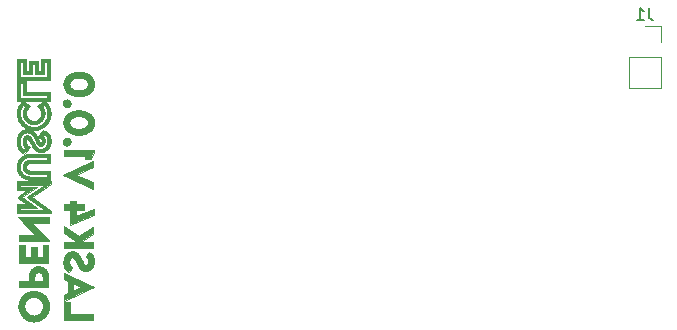
<source format=gbr>
%TF.GenerationSoftware,KiCad,Pcbnew,(6.0.7)*%
%TF.CreationDate,2023-02-03T07:15:45-06:00*%
%TF.ProjectId,LASK4,4c41534b-342e-46b6-9963-61645f706362,rev?*%
%TF.SameCoordinates,Original*%
%TF.FileFunction,Legend,Bot*%
%TF.FilePolarity,Positive*%
%FSLAX46Y46*%
G04 Gerber Fmt 4.6, Leading zero omitted, Abs format (unit mm)*
G04 Created by KiCad (PCBNEW (6.0.7)) date 2023-02-03 07:15:45*
%MOMM*%
%LPD*%
G01*
G04 APERTURE LIST*
%ADD10C,0.100000*%
%ADD11C,0.150000*%
%ADD12C,0.120000*%
G04 APERTURE END LIST*
D10*
G36*
X148796107Y-110678384D02*
G01*
X150796092Y-110678384D01*
X150796092Y-111180829D01*
X148296839Y-111180829D01*
X148296839Y-109673762D01*
X148796107Y-109673762D01*
X148796107Y-110678384D01*
G37*
X148796107Y-110678384D02*
X150796092Y-110678384D01*
X150796092Y-111180829D01*
X148296839Y-111180829D01*
X148296839Y-109673762D01*
X148796107Y-109673762D01*
X148796107Y-110678384D01*
G36*
X149334004Y-101325629D02*
G01*
X150026949Y-101325629D01*
X150026949Y-101826220D01*
X149334004Y-101826220D01*
X149334004Y-102367293D01*
X150803765Y-101731761D01*
X150806940Y-102260402D01*
X148833413Y-103114474D01*
X148833413Y-101826220D01*
X148296839Y-101826220D01*
X148296839Y-101325629D01*
X148833413Y-101325629D01*
X148833413Y-101074275D01*
X149334004Y-101074275D01*
X149334004Y-101325629D01*
G37*
X149334004Y-101325629D02*
X150026949Y-101325629D01*
X150026949Y-101826220D01*
X149334004Y-101826220D01*
X149334004Y-102367293D01*
X150803765Y-101731761D01*
X150806940Y-102260402D01*
X148833413Y-103114474D01*
X148833413Y-101826220D01*
X148296839Y-101826220D01*
X148296839Y-101325629D01*
X148833413Y-101325629D01*
X148833413Y-101074275D01*
X149334004Y-101074275D01*
X149334004Y-101325629D01*
G36*
X148297103Y-109576394D02*
G01*
X148297103Y-109033732D01*
X148645823Y-108873925D01*
X148645823Y-108678664D01*
X149073919Y-108678664D01*
X149741993Y-108373334D01*
X149741993Y-108373071D01*
X149073919Y-108069327D01*
X149073919Y-108678664D01*
X148645823Y-108678664D01*
X148645823Y-107874066D01*
X148297103Y-107715844D01*
X148297103Y-107171595D01*
X150858270Y-108366984D01*
X150858270Y-108382594D01*
X149073919Y-109214308D01*
X148297103Y-109576394D01*
G37*
X148297103Y-109576394D02*
X148297103Y-109033732D01*
X148645823Y-108873925D01*
X148645823Y-108678664D01*
X149073919Y-108678664D01*
X149741993Y-108373334D01*
X149741993Y-108373071D01*
X149073919Y-108069327D01*
X149073919Y-108678664D01*
X148645823Y-108678664D01*
X148645823Y-107874066D01*
X148297103Y-107715844D01*
X148297103Y-107171595D01*
X150858270Y-108366984D01*
X150858270Y-108382594D01*
X149073919Y-109214308D01*
X148297103Y-109576394D01*
G36*
X146992178Y-102944083D02*
G01*
X145592268Y-102944083D01*
X147032395Y-104424693D01*
X147032395Y-104449302D01*
X144483928Y-104449302D01*
X144483928Y-103947120D01*
X145883838Y-103947120D01*
X144440537Y-102463336D01*
X144440537Y-102440318D01*
X146992178Y-102440318D01*
X146992178Y-102944083D01*
G37*
X146992178Y-102944083D02*
X145592268Y-102944083D01*
X147032395Y-104424693D01*
X147032395Y-104449302D01*
X144483928Y-104449302D01*
X144483928Y-103947120D01*
X145883838Y-103947120D01*
X144440537Y-102463336D01*
X144440537Y-102440318D01*
X146992178Y-102440318D01*
X146992178Y-102944083D01*
G36*
X145733290Y-111289306D02*
G01*
X145666980Y-111287607D01*
X145601505Y-111282568D01*
X145536948Y-111274271D01*
X145473394Y-111262799D01*
X145410924Y-111248237D01*
X145349623Y-111230668D01*
X145289573Y-111210175D01*
X145230858Y-111186842D01*
X145173561Y-111160752D01*
X145117766Y-111131988D01*
X145063555Y-111100635D01*
X145011013Y-111066775D01*
X144960221Y-111030493D01*
X144911264Y-110991871D01*
X144864225Y-110950993D01*
X144819187Y-110907942D01*
X144776233Y-110862803D01*
X144735447Y-110815658D01*
X144696912Y-110766591D01*
X144660712Y-110715685D01*
X144626928Y-110663024D01*
X144595646Y-110608692D01*
X144566947Y-110552771D01*
X144540916Y-110495346D01*
X144517635Y-110436499D01*
X144497188Y-110376315D01*
X144479659Y-110314876D01*
X144465130Y-110252267D01*
X144453684Y-110188570D01*
X144445406Y-110123869D01*
X144440378Y-110058248D01*
X144438683Y-109991790D01*
X144947478Y-109991790D01*
X144948510Y-110032374D01*
X144951572Y-110072437D01*
X144956613Y-110111928D01*
X144963583Y-110150797D01*
X144972431Y-110188994D01*
X144983106Y-110226468D01*
X144995559Y-110263168D01*
X145009738Y-110299046D01*
X145025593Y-110334050D01*
X145043073Y-110368130D01*
X145062128Y-110401235D01*
X145082707Y-110433317D01*
X145104759Y-110464323D01*
X145128235Y-110494205D01*
X145153083Y-110522911D01*
X145179253Y-110550392D01*
X145206694Y-110576596D01*
X145235356Y-110601475D01*
X145265187Y-110624977D01*
X145296139Y-110647052D01*
X145328159Y-110667651D01*
X145361197Y-110686722D01*
X145395204Y-110704215D01*
X145430127Y-110720080D01*
X145465917Y-110734268D01*
X145502524Y-110746726D01*
X145539895Y-110757406D01*
X145577982Y-110766257D01*
X145616733Y-110773229D01*
X145656097Y-110778271D01*
X145696025Y-110781333D01*
X145736465Y-110782365D01*
X145777199Y-110781333D01*
X145817410Y-110778271D01*
X145857049Y-110773229D01*
X145896065Y-110766257D01*
X145934407Y-110757406D01*
X145972025Y-110746726D01*
X146008869Y-110734267D01*
X146044887Y-110720080D01*
X146080029Y-110704215D01*
X146114245Y-110686721D01*
X146147483Y-110667650D01*
X146179694Y-110647052D01*
X146210827Y-110624976D01*
X146240831Y-110601474D01*
X146269655Y-110576596D01*
X146297250Y-110550391D01*
X146323564Y-110522910D01*
X146348546Y-110494204D01*
X146372148Y-110464322D01*
X146394317Y-110433316D01*
X146415003Y-110401234D01*
X146434155Y-110368129D01*
X146451724Y-110334049D01*
X146467658Y-110299045D01*
X146481907Y-110263167D01*
X146494420Y-110226467D01*
X146505146Y-110188993D01*
X146514036Y-110150797D01*
X146521039Y-110111928D01*
X146526103Y-110072437D01*
X146529179Y-110032374D01*
X146530215Y-109991790D01*
X146529179Y-109951196D01*
X146526103Y-109911107D01*
X146521039Y-109871573D01*
X146514036Y-109832646D01*
X146505146Y-109794378D01*
X146494420Y-109756820D01*
X146481907Y-109720023D01*
X146467658Y-109684038D01*
X146451724Y-109648918D01*
X146434155Y-109614714D01*
X146415003Y-109581477D01*
X146394317Y-109549259D01*
X146372148Y-109518111D01*
X146348546Y-109488084D01*
X146323564Y-109459230D01*
X146297250Y-109431601D01*
X146269655Y-109405247D01*
X146240831Y-109380221D01*
X146210827Y-109356574D01*
X146179694Y-109334357D01*
X146147483Y-109313621D01*
X146114245Y-109294419D01*
X146080029Y-109276801D01*
X146044887Y-109260820D01*
X146008869Y-109246526D01*
X145972025Y-109233971D01*
X145934407Y-109223206D01*
X145896065Y-109214283D01*
X145857049Y-109207253D01*
X145817410Y-109202169D01*
X145777199Y-109199080D01*
X145736465Y-109198039D01*
X145696002Y-109199075D01*
X145656054Y-109202151D01*
X145616671Y-109207215D01*
X145577906Y-109214218D01*
X145539807Y-109223108D01*
X145502425Y-109233834D01*
X145465811Y-109246348D01*
X145430015Y-109260596D01*
X145395088Y-109276531D01*
X145361080Y-109294099D01*
X145328041Y-109313252D01*
X145296022Y-109333938D01*
X145265073Y-109356107D01*
X145235245Y-109379708D01*
X145206589Y-109404691D01*
X145179153Y-109431005D01*
X145152990Y-109458599D01*
X145128149Y-109487424D01*
X145104682Y-109517428D01*
X145082637Y-109548561D01*
X145062066Y-109580772D01*
X145043019Y-109614010D01*
X145025547Y-109648226D01*
X145009700Y-109683368D01*
X144995529Y-109719386D01*
X144983083Y-109756230D01*
X144972414Y-109793848D01*
X144963572Y-109832190D01*
X144956606Y-109871206D01*
X144951569Y-109910845D01*
X144948509Y-109951056D01*
X144947478Y-109991790D01*
X144438683Y-109991790D01*
X144440377Y-109925318D01*
X144445403Y-109859657D01*
X144453678Y-109794892D01*
X144465119Y-109731108D01*
X144479643Y-109668391D01*
X144497166Y-109606825D01*
X144517606Y-109546496D01*
X144540879Y-109487490D01*
X144566902Y-109429890D01*
X144595593Y-109373783D01*
X144626867Y-109319254D01*
X144660642Y-109266387D01*
X144696835Y-109215269D01*
X144735363Y-109165984D01*
X144776141Y-109118618D01*
X144819088Y-109073256D01*
X144864121Y-109029982D01*
X144911155Y-108988883D01*
X144960108Y-108950043D01*
X145010897Y-108913548D01*
X145063439Y-108879483D01*
X145117650Y-108847933D01*
X145173447Y-108818983D01*
X145230747Y-108792719D01*
X145289468Y-108769226D01*
X145349526Y-108748588D01*
X145410837Y-108730892D01*
X145473319Y-108716222D01*
X145536888Y-108704664D01*
X145601462Y-108696303D01*
X145666957Y-108691223D01*
X145733291Y-108689511D01*
X145800186Y-108691214D01*
X145866226Y-108696267D01*
X145931328Y-108704587D01*
X145995408Y-108716089D01*
X146058383Y-108730690D01*
X146120170Y-108748306D01*
X146180686Y-108768853D01*
X146239848Y-108792248D01*
X146297572Y-108818407D01*
X146353776Y-108847245D01*
X146408376Y-108878680D01*
X146461288Y-108912628D01*
X146512431Y-108949004D01*
X146561720Y-108987725D01*
X146609072Y-109028707D01*
X146654405Y-109071867D01*
X146697635Y-109117121D01*
X146738678Y-109164384D01*
X146777452Y-109213573D01*
X146813874Y-109264605D01*
X146847860Y-109317396D01*
X146879327Y-109371861D01*
X146908192Y-109427917D01*
X146934371Y-109485481D01*
X146957783Y-109544468D01*
X146978342Y-109604796D01*
X146995967Y-109666379D01*
X147010574Y-109729134D01*
X147022080Y-109792978D01*
X147030401Y-109857826D01*
X147035455Y-109923596D01*
X147037158Y-109990203D01*
X147037157Y-109990203D01*
X147035454Y-110056805D01*
X147030400Y-110122561D01*
X147022079Y-110187389D01*
X147010573Y-110251203D01*
X146995966Y-110313923D01*
X146978341Y-110375464D01*
X146957782Y-110435742D01*
X146934370Y-110494676D01*
X146908191Y-110552182D01*
X146879326Y-110608176D01*
X146847859Y-110662576D01*
X146813873Y-110715298D01*
X146777451Y-110766259D01*
X146738677Y-110815375D01*
X146697634Y-110862565D01*
X146654404Y-110907744D01*
X146609071Y-110950829D01*
X146561719Y-110991738D01*
X146512430Y-111030386D01*
X146461288Y-111066692D01*
X146408375Y-111100571D01*
X146353775Y-111131940D01*
X146297571Y-111160716D01*
X146239847Y-111186817D01*
X146180685Y-111210158D01*
X146120169Y-111230658D01*
X146058382Y-111248231D01*
X145995407Y-111262796D01*
X145931327Y-111274269D01*
X145866225Y-111282567D01*
X145800185Y-111287607D01*
X145736465Y-111289225D01*
X145733290Y-111289306D01*
G37*
X145733290Y-111289306D02*
X145666980Y-111287607D01*
X145601505Y-111282568D01*
X145536948Y-111274271D01*
X145473394Y-111262799D01*
X145410924Y-111248237D01*
X145349623Y-111230668D01*
X145289573Y-111210175D01*
X145230858Y-111186842D01*
X145173561Y-111160752D01*
X145117766Y-111131988D01*
X145063555Y-111100635D01*
X145011013Y-111066775D01*
X144960221Y-111030493D01*
X144911264Y-110991871D01*
X144864225Y-110950993D01*
X144819187Y-110907942D01*
X144776233Y-110862803D01*
X144735447Y-110815658D01*
X144696912Y-110766591D01*
X144660712Y-110715685D01*
X144626928Y-110663024D01*
X144595646Y-110608692D01*
X144566947Y-110552771D01*
X144540916Y-110495346D01*
X144517635Y-110436499D01*
X144497188Y-110376315D01*
X144479659Y-110314876D01*
X144465130Y-110252267D01*
X144453684Y-110188570D01*
X144445406Y-110123869D01*
X144440378Y-110058248D01*
X144438683Y-109991790D01*
X144947478Y-109991790D01*
X144948510Y-110032374D01*
X144951572Y-110072437D01*
X144956613Y-110111928D01*
X144963583Y-110150797D01*
X144972431Y-110188994D01*
X144983106Y-110226468D01*
X144995559Y-110263168D01*
X145009738Y-110299046D01*
X145025593Y-110334050D01*
X145043073Y-110368130D01*
X145062128Y-110401235D01*
X145082707Y-110433317D01*
X145104759Y-110464323D01*
X145128235Y-110494205D01*
X145153083Y-110522911D01*
X145179253Y-110550392D01*
X145206694Y-110576596D01*
X145235356Y-110601475D01*
X145265187Y-110624977D01*
X145296139Y-110647052D01*
X145328159Y-110667651D01*
X145361197Y-110686722D01*
X145395204Y-110704215D01*
X145430127Y-110720080D01*
X145465917Y-110734268D01*
X145502524Y-110746726D01*
X145539895Y-110757406D01*
X145577982Y-110766257D01*
X145616733Y-110773229D01*
X145656097Y-110778271D01*
X145696025Y-110781333D01*
X145736465Y-110782365D01*
X145777199Y-110781333D01*
X145817410Y-110778271D01*
X145857049Y-110773229D01*
X145896065Y-110766257D01*
X145934407Y-110757406D01*
X145972025Y-110746726D01*
X146008869Y-110734267D01*
X146044887Y-110720080D01*
X146080029Y-110704215D01*
X146114245Y-110686721D01*
X146147483Y-110667650D01*
X146179694Y-110647052D01*
X146210827Y-110624976D01*
X146240831Y-110601474D01*
X146269655Y-110576596D01*
X146297250Y-110550391D01*
X146323564Y-110522910D01*
X146348546Y-110494204D01*
X146372148Y-110464322D01*
X146394317Y-110433316D01*
X146415003Y-110401234D01*
X146434155Y-110368129D01*
X146451724Y-110334049D01*
X146467658Y-110299045D01*
X146481907Y-110263167D01*
X146494420Y-110226467D01*
X146505146Y-110188993D01*
X146514036Y-110150797D01*
X146521039Y-110111928D01*
X146526103Y-110072437D01*
X146529179Y-110032374D01*
X146530215Y-109991790D01*
X146529179Y-109951196D01*
X146526103Y-109911107D01*
X146521039Y-109871573D01*
X146514036Y-109832646D01*
X146505146Y-109794378D01*
X146494420Y-109756820D01*
X146481907Y-109720023D01*
X146467658Y-109684038D01*
X146451724Y-109648918D01*
X146434155Y-109614714D01*
X146415003Y-109581477D01*
X146394317Y-109549259D01*
X146372148Y-109518111D01*
X146348546Y-109488084D01*
X146323564Y-109459230D01*
X146297250Y-109431601D01*
X146269655Y-109405247D01*
X146240831Y-109380221D01*
X146210827Y-109356574D01*
X146179694Y-109334357D01*
X146147483Y-109313621D01*
X146114245Y-109294419D01*
X146080029Y-109276801D01*
X146044887Y-109260820D01*
X146008869Y-109246526D01*
X145972025Y-109233971D01*
X145934407Y-109223206D01*
X145896065Y-109214283D01*
X145857049Y-109207253D01*
X145817410Y-109202169D01*
X145777199Y-109199080D01*
X145736465Y-109198039D01*
X145696002Y-109199075D01*
X145656054Y-109202151D01*
X145616671Y-109207215D01*
X145577906Y-109214218D01*
X145539807Y-109223108D01*
X145502425Y-109233834D01*
X145465811Y-109246348D01*
X145430015Y-109260596D01*
X145395088Y-109276531D01*
X145361080Y-109294099D01*
X145328041Y-109313252D01*
X145296022Y-109333938D01*
X145265073Y-109356107D01*
X145235245Y-109379708D01*
X145206589Y-109404691D01*
X145179153Y-109431005D01*
X145152990Y-109458599D01*
X145128149Y-109487424D01*
X145104682Y-109517428D01*
X145082637Y-109548561D01*
X145062066Y-109580772D01*
X145043019Y-109614010D01*
X145025547Y-109648226D01*
X145009700Y-109683368D01*
X144995529Y-109719386D01*
X144983083Y-109756230D01*
X144972414Y-109793848D01*
X144963572Y-109832190D01*
X144956606Y-109871206D01*
X144951569Y-109910845D01*
X144948509Y-109951056D01*
X144947478Y-109991790D01*
X144438683Y-109991790D01*
X144440377Y-109925318D01*
X144445403Y-109859657D01*
X144453678Y-109794892D01*
X144465119Y-109731108D01*
X144479643Y-109668391D01*
X144497166Y-109606825D01*
X144517606Y-109546496D01*
X144540879Y-109487490D01*
X144566902Y-109429890D01*
X144595593Y-109373783D01*
X144626867Y-109319254D01*
X144660642Y-109266387D01*
X144696835Y-109215269D01*
X144735363Y-109165984D01*
X144776141Y-109118618D01*
X144819088Y-109073256D01*
X144864121Y-109029982D01*
X144911155Y-108988883D01*
X144960108Y-108950043D01*
X145010897Y-108913548D01*
X145063439Y-108879483D01*
X145117650Y-108847933D01*
X145173447Y-108818983D01*
X145230747Y-108792719D01*
X145289468Y-108769226D01*
X145349526Y-108748588D01*
X145410837Y-108730892D01*
X145473319Y-108716222D01*
X145536888Y-108704664D01*
X145601462Y-108696303D01*
X145666957Y-108691223D01*
X145733291Y-108689511D01*
X145800186Y-108691214D01*
X145866226Y-108696267D01*
X145931328Y-108704587D01*
X145995408Y-108716089D01*
X146058383Y-108730690D01*
X146120170Y-108748306D01*
X146180686Y-108768853D01*
X146239848Y-108792248D01*
X146297572Y-108818407D01*
X146353776Y-108847245D01*
X146408376Y-108878680D01*
X146461288Y-108912628D01*
X146512431Y-108949004D01*
X146561720Y-108987725D01*
X146609072Y-109028707D01*
X146654405Y-109071867D01*
X146697635Y-109117121D01*
X146738678Y-109164384D01*
X146777452Y-109213573D01*
X146813874Y-109264605D01*
X146847860Y-109317396D01*
X146879327Y-109371861D01*
X146908192Y-109427917D01*
X146934371Y-109485481D01*
X146957783Y-109544468D01*
X146978342Y-109604796D01*
X146995967Y-109666379D01*
X147010574Y-109729134D01*
X147022080Y-109792978D01*
X147030401Y-109857826D01*
X147035455Y-109923596D01*
X147037158Y-109990203D01*
X147037157Y-109990203D01*
X147035454Y-110056805D01*
X147030400Y-110122561D01*
X147022079Y-110187389D01*
X147010573Y-110251203D01*
X146995966Y-110313923D01*
X146978341Y-110375464D01*
X146957782Y-110435742D01*
X146934370Y-110494676D01*
X146908191Y-110552182D01*
X146879326Y-110608176D01*
X146847859Y-110662576D01*
X146813873Y-110715298D01*
X146777451Y-110766259D01*
X146738677Y-110815375D01*
X146697634Y-110862565D01*
X146654404Y-110907744D01*
X146609071Y-110950829D01*
X146561719Y-110991738D01*
X146512430Y-111030386D01*
X146461288Y-111066692D01*
X146408375Y-111100571D01*
X146353775Y-111131940D01*
X146297571Y-111160716D01*
X146239847Y-111186817D01*
X146180685Y-111210158D01*
X146120169Y-111230658D01*
X146058382Y-111248231D01*
X145995407Y-111262796D01*
X145931327Y-111274269D01*
X145866225Y-111282567D01*
X145800185Y-111287607D01*
X145736465Y-111289225D01*
X145733290Y-111289306D01*
G36*
X144487105Y-107861630D02*
G01*
X145299374Y-107861630D01*
X145299374Y-107486453D01*
X145795468Y-107486453D01*
X145797056Y-107861630D01*
X146488412Y-107861630D01*
X146488412Y-107486453D01*
X146487966Y-107467098D01*
X146486642Y-107447994D01*
X146484462Y-107429164D01*
X146481448Y-107410631D01*
X146477621Y-107392421D01*
X146473003Y-107374556D01*
X146467614Y-107357061D01*
X146461478Y-107339960D01*
X146454615Y-107323276D01*
X146447046Y-107307033D01*
X146438794Y-107291255D01*
X146429880Y-107275967D01*
X146420326Y-107261191D01*
X146410153Y-107246952D01*
X146399382Y-107233274D01*
X146388035Y-107220181D01*
X146376135Y-107207696D01*
X146363701Y-107195843D01*
X146350757Y-107184647D01*
X146337323Y-107174131D01*
X146323421Y-107164319D01*
X146309072Y-107155235D01*
X146294299Y-107146902D01*
X146279122Y-107139346D01*
X146263564Y-107132588D01*
X146247645Y-107126655D01*
X146231388Y-107121568D01*
X146214814Y-107117353D01*
X146197944Y-107114033D01*
X146180800Y-107111632D01*
X146163404Y-107110174D01*
X146145777Y-107109683D01*
X146127727Y-107110174D01*
X146109908Y-107111632D01*
X146092343Y-107114033D01*
X146075053Y-107117353D01*
X146058063Y-107121568D01*
X146041394Y-107126655D01*
X146025069Y-107132588D01*
X146009111Y-107139346D01*
X145993544Y-107146902D01*
X145978389Y-107155235D01*
X145963669Y-107164319D01*
X145949407Y-107174131D01*
X145935627Y-107184647D01*
X145922350Y-107195843D01*
X145909600Y-107207696D01*
X145897399Y-107220181D01*
X145885770Y-107233274D01*
X145874736Y-107246952D01*
X145864320Y-107261191D01*
X145854544Y-107275967D01*
X145845431Y-107291255D01*
X145837004Y-107307033D01*
X145829285Y-107323276D01*
X145822299Y-107339960D01*
X145816066Y-107357061D01*
X145810610Y-107374556D01*
X145805954Y-107392421D01*
X145802121Y-107410631D01*
X145799133Y-107429164D01*
X145797013Y-107447994D01*
X145795784Y-107467098D01*
X145795468Y-107486453D01*
X145299374Y-107486453D01*
X145300474Y-107441378D01*
X145303737Y-107396877D01*
X145309109Y-107353006D01*
X145316537Y-107309822D01*
X145325968Y-107267380D01*
X145337347Y-107225737D01*
X145350620Y-107184949D01*
X145365735Y-107145073D01*
X145382638Y-107106163D01*
X145401274Y-107068277D01*
X145421590Y-107031472D01*
X145443533Y-106995802D01*
X145467049Y-106961324D01*
X145492084Y-106928095D01*
X145518584Y-106896170D01*
X145546496Y-106865606D01*
X145575766Y-106836459D01*
X145606340Y-106808785D01*
X145638165Y-106782640D01*
X145671187Y-106758081D01*
X145705352Y-106735164D01*
X145740607Y-106713945D01*
X145776898Y-106694480D01*
X145814171Y-106676825D01*
X145852373Y-106661037D01*
X145891450Y-106647172D01*
X145931348Y-106635286D01*
X145972014Y-106625434D01*
X146013394Y-106617674D01*
X146055433Y-106612062D01*
X146098080Y-106608653D01*
X146141279Y-106607505D01*
X146184487Y-106608653D01*
X146227157Y-106612062D01*
X146269236Y-106617675D01*
X146310669Y-106625435D01*
X146351401Y-106635286D01*
X146391376Y-106647172D01*
X146430542Y-106661038D01*
X146468841Y-106676826D01*
X146506221Y-106694481D01*
X146542626Y-106713946D01*
X146578001Y-106735165D01*
X146612292Y-106758082D01*
X146645444Y-106782642D01*
X146677402Y-106808786D01*
X146708112Y-106836460D01*
X146737518Y-106865607D01*
X146765566Y-106896171D01*
X146792201Y-106928096D01*
X146817369Y-106961326D01*
X146841014Y-106995803D01*
X146863083Y-107031473D01*
X146883520Y-107068279D01*
X146902270Y-107106165D01*
X146919279Y-107145074D01*
X146934491Y-107184951D01*
X146947853Y-107225739D01*
X146959310Y-107267381D01*
X146968806Y-107309823D01*
X146976288Y-107353007D01*
X146981699Y-107396878D01*
X146984986Y-107441378D01*
X146986094Y-107486453D01*
X146986093Y-107486453D01*
X146986093Y-108363810D01*
X144487105Y-108363810D01*
X144487105Y-107861630D01*
G37*
X144487105Y-107861630D02*
X145299374Y-107861630D01*
X145299374Y-107486453D01*
X145795468Y-107486453D01*
X145797056Y-107861630D01*
X146488412Y-107861630D01*
X146488412Y-107486453D01*
X146487966Y-107467098D01*
X146486642Y-107447994D01*
X146484462Y-107429164D01*
X146481448Y-107410631D01*
X146477621Y-107392421D01*
X146473003Y-107374556D01*
X146467614Y-107357061D01*
X146461478Y-107339960D01*
X146454615Y-107323276D01*
X146447046Y-107307033D01*
X146438794Y-107291255D01*
X146429880Y-107275967D01*
X146420326Y-107261191D01*
X146410153Y-107246952D01*
X146399382Y-107233274D01*
X146388035Y-107220181D01*
X146376135Y-107207696D01*
X146363701Y-107195843D01*
X146350757Y-107184647D01*
X146337323Y-107174131D01*
X146323421Y-107164319D01*
X146309072Y-107155235D01*
X146294299Y-107146902D01*
X146279122Y-107139346D01*
X146263564Y-107132588D01*
X146247645Y-107126655D01*
X146231388Y-107121568D01*
X146214814Y-107117353D01*
X146197944Y-107114033D01*
X146180800Y-107111632D01*
X146163404Y-107110174D01*
X146145777Y-107109683D01*
X146127727Y-107110174D01*
X146109908Y-107111632D01*
X146092343Y-107114033D01*
X146075053Y-107117353D01*
X146058063Y-107121568D01*
X146041394Y-107126655D01*
X146025069Y-107132588D01*
X146009111Y-107139346D01*
X145993544Y-107146902D01*
X145978389Y-107155235D01*
X145963669Y-107164319D01*
X145949407Y-107174131D01*
X145935627Y-107184647D01*
X145922350Y-107195843D01*
X145909600Y-107207696D01*
X145897399Y-107220181D01*
X145885770Y-107233274D01*
X145874736Y-107246952D01*
X145864320Y-107261191D01*
X145854544Y-107275967D01*
X145845431Y-107291255D01*
X145837004Y-107307033D01*
X145829285Y-107323276D01*
X145822299Y-107339960D01*
X145816066Y-107357061D01*
X145810610Y-107374556D01*
X145805954Y-107392421D01*
X145802121Y-107410631D01*
X145799133Y-107429164D01*
X145797013Y-107447994D01*
X145795784Y-107467098D01*
X145795468Y-107486453D01*
X145299374Y-107486453D01*
X145300474Y-107441378D01*
X145303737Y-107396877D01*
X145309109Y-107353006D01*
X145316537Y-107309822D01*
X145325968Y-107267380D01*
X145337347Y-107225737D01*
X145350620Y-107184949D01*
X145365735Y-107145073D01*
X145382638Y-107106163D01*
X145401274Y-107068277D01*
X145421590Y-107031472D01*
X145443533Y-106995802D01*
X145467049Y-106961324D01*
X145492084Y-106928095D01*
X145518584Y-106896170D01*
X145546496Y-106865606D01*
X145575766Y-106836459D01*
X145606340Y-106808785D01*
X145638165Y-106782640D01*
X145671187Y-106758081D01*
X145705352Y-106735164D01*
X145740607Y-106713945D01*
X145776898Y-106694480D01*
X145814171Y-106676825D01*
X145852373Y-106661037D01*
X145891450Y-106647172D01*
X145931348Y-106635286D01*
X145972014Y-106625434D01*
X146013394Y-106617674D01*
X146055433Y-106612062D01*
X146098080Y-106608653D01*
X146141279Y-106607505D01*
X146184487Y-106608653D01*
X146227157Y-106612062D01*
X146269236Y-106617675D01*
X146310669Y-106625435D01*
X146351401Y-106635286D01*
X146391376Y-106647172D01*
X146430542Y-106661038D01*
X146468841Y-106676826D01*
X146506221Y-106694481D01*
X146542626Y-106713946D01*
X146578001Y-106735165D01*
X146612292Y-106758082D01*
X146645444Y-106782642D01*
X146677402Y-106808786D01*
X146708112Y-106836460D01*
X146737518Y-106865607D01*
X146765566Y-106896171D01*
X146792201Y-106928096D01*
X146817369Y-106961326D01*
X146841014Y-106995803D01*
X146863083Y-107031473D01*
X146883520Y-107068279D01*
X146902270Y-107106165D01*
X146919279Y-107145074D01*
X146934491Y-107184951D01*
X146947853Y-107225739D01*
X146959310Y-107267381D01*
X146968806Y-107309823D01*
X146976288Y-107353007D01*
X146981699Y-107396878D01*
X146984986Y-107441378D01*
X146986094Y-107486453D01*
X146986093Y-107486453D01*
X146986093Y-108363810D01*
X144487105Y-108363810D01*
X144487105Y-107861630D01*
G36*
X149273191Y-92200070D02*
G01*
X149145554Y-92176629D01*
X149024524Y-92144355D01*
X148910558Y-92103560D01*
X148856366Y-92080065D01*
X148804110Y-92054558D01*
X148753848Y-92027077D01*
X148705637Y-91997661D01*
X148659533Y-91966351D01*
X148615595Y-91933184D01*
X148573877Y-91898200D01*
X148534438Y-91861439D01*
X148497335Y-91822939D01*
X148462624Y-91782739D01*
X148430363Y-91740879D01*
X148400608Y-91697398D01*
X148373416Y-91652335D01*
X148348845Y-91605729D01*
X148326951Y-91557619D01*
X148307792Y-91508045D01*
X148291424Y-91457045D01*
X148277904Y-91404658D01*
X148267289Y-91350925D01*
X148259637Y-91295883D01*
X148255003Y-91239573D01*
X148253532Y-91185206D01*
X148760388Y-91185206D01*
X148761336Y-91215392D01*
X148764155Y-91244871D01*
X148768812Y-91273625D01*
X148775272Y-91301638D01*
X148783498Y-91328894D01*
X148793458Y-91355377D01*
X148805115Y-91381070D01*
X148818435Y-91405956D01*
X148833384Y-91430020D01*
X148849926Y-91453244D01*
X148868026Y-91475612D01*
X148887650Y-91497109D01*
X148908763Y-91517717D01*
X148931330Y-91537420D01*
X148955316Y-91556202D01*
X148980687Y-91574046D01*
X149007407Y-91590935D01*
X149035442Y-91606854D01*
X149064756Y-91621786D01*
X149095316Y-91635715D01*
X149127086Y-91648623D01*
X149160031Y-91660496D01*
X149194117Y-91671315D01*
X149229308Y-91681066D01*
X149265570Y-91689731D01*
X149302869Y-91697293D01*
X149341168Y-91703738D01*
X149380434Y-91709047D01*
X149420632Y-91713205D01*
X149461726Y-91716196D01*
X149503682Y-91718002D01*
X149546465Y-91718608D01*
X149631237Y-91716196D01*
X149712621Y-91709047D01*
X149790330Y-91697293D01*
X149864076Y-91681066D01*
X149933574Y-91660496D01*
X149998535Y-91635715D01*
X150058672Y-91606854D01*
X150113698Y-91574046D01*
X150163326Y-91537420D01*
X150186026Y-91517717D01*
X150207269Y-91497109D01*
X150227019Y-91475612D01*
X150245240Y-91453244D01*
X150261895Y-91430020D01*
X150276950Y-91405956D01*
X150290368Y-91381070D01*
X150302114Y-91355377D01*
X150312151Y-91328894D01*
X150320444Y-91301638D01*
X150326956Y-91273625D01*
X150331652Y-91244871D01*
X150334496Y-91215392D01*
X150335452Y-91185206D01*
X150334500Y-91155043D01*
X150331666Y-91125585D01*
X150326987Y-91096849D01*
X150320498Y-91068850D01*
X150312233Y-91041606D01*
X150302227Y-91015133D01*
X150290517Y-90989448D01*
X150277136Y-90964568D01*
X150262121Y-90940508D01*
X150245506Y-90917285D01*
X150227327Y-90894917D01*
X150207618Y-90873419D01*
X150186415Y-90852809D01*
X150163754Y-90833102D01*
X150139668Y-90814315D01*
X150114194Y-90796466D01*
X150087367Y-90779570D01*
X150059221Y-90763643D01*
X150029793Y-90748704D01*
X149999116Y-90734767D01*
X149967227Y-90721850D01*
X149934160Y-90709970D01*
X149899951Y-90699142D01*
X149864634Y-90689384D01*
X149828246Y-90680712D01*
X149790821Y-90673142D01*
X149752394Y-90666691D01*
X149713000Y-90661376D01*
X149672676Y-90657214D01*
X149631455Y-90654220D01*
X149589373Y-90652411D01*
X149546465Y-90651805D01*
X149461508Y-90654217D01*
X149380054Y-90661366D01*
X149302378Y-90673119D01*
X149228750Y-90689347D01*
X149159445Y-90709917D01*
X149094735Y-90734698D01*
X149034892Y-90763558D01*
X148980191Y-90796367D01*
X148954853Y-90814211D01*
X148930903Y-90832993D01*
X148908374Y-90852696D01*
X148887301Y-90873304D01*
X148867718Y-90894800D01*
X148849659Y-90917169D01*
X148833158Y-90940393D01*
X148818249Y-90964457D01*
X148804967Y-90989343D01*
X148793344Y-91015036D01*
X148783417Y-91041518D01*
X148775217Y-91068774D01*
X148768781Y-91096788D01*
X148764141Y-91125542D01*
X148761332Y-91155020D01*
X148760388Y-91185206D01*
X148253532Y-91185206D01*
X148253446Y-91182033D01*
X148255008Y-91124641D01*
X148259654Y-91068479D01*
X148267327Y-91013585D01*
X148277969Y-90959999D01*
X148291522Y-90907758D01*
X148307928Y-90856902D01*
X148327129Y-90807471D01*
X148349068Y-90759501D01*
X148373687Y-90713033D01*
X148400928Y-90668106D01*
X148430732Y-90624758D01*
X148463043Y-90583027D01*
X148497802Y-90542954D01*
X148534951Y-90504576D01*
X148574433Y-90467933D01*
X148616190Y-90433063D01*
X148660164Y-90400005D01*
X148706297Y-90368799D01*
X148754530Y-90339483D01*
X148804808Y-90312095D01*
X148857071Y-90286676D01*
X148911261Y-90263262D01*
X148967322Y-90241895D01*
X149025194Y-90222611D01*
X149084821Y-90205451D01*
X149146144Y-90190452D01*
X149209105Y-90177655D01*
X149273647Y-90167097D01*
X149339712Y-90158818D01*
X149407242Y-90152856D01*
X149476179Y-90149250D01*
X149546465Y-90148040D01*
X149685706Y-90152856D01*
X149819351Y-90167097D01*
X149946933Y-90190452D01*
X150067984Y-90222611D01*
X150182037Y-90263262D01*
X150236293Y-90286676D01*
X150288625Y-90312095D01*
X150338973Y-90339483D01*
X150387280Y-90368799D01*
X150433486Y-90400005D01*
X150477534Y-90433063D01*
X150519365Y-90467933D01*
X150558921Y-90504576D01*
X150596143Y-90542954D01*
X150630973Y-90583027D01*
X150663352Y-90624758D01*
X150693222Y-90668106D01*
X150720525Y-90713033D01*
X150745202Y-90759501D01*
X150767194Y-90807471D01*
X150786444Y-90856902D01*
X150802892Y-90907758D01*
X150816481Y-90959999D01*
X150827152Y-91013585D01*
X150834846Y-91068479D01*
X150839506Y-91124641D01*
X150841072Y-91182033D01*
X150839510Y-91239433D01*
X150834864Y-91295622D01*
X150827190Y-91350558D01*
X150816546Y-91404203D01*
X150802990Y-91456515D01*
X150786580Y-91507455D01*
X150767372Y-91556984D01*
X150745425Y-91605060D01*
X150720796Y-91651643D01*
X150693542Y-91696695D01*
X150663722Y-91740175D01*
X150631392Y-91782042D01*
X150596610Y-91822257D01*
X150559434Y-91860780D01*
X150519921Y-91897571D01*
X150478130Y-91932589D01*
X150434116Y-91965795D01*
X150387939Y-91997149D01*
X150339655Y-92026610D01*
X150289322Y-92054139D01*
X150236998Y-92079696D01*
X150182741Y-92103240D01*
X150126606Y-92124732D01*
X150068654Y-92144132D01*
X150008940Y-92161399D01*
X149947522Y-92176493D01*
X149884459Y-92189376D01*
X149819807Y-92200005D01*
X149753624Y-92208343D01*
X149685967Y-92214347D01*
X149616895Y-92217979D01*
X149546465Y-92219199D01*
X149406980Y-92214365D01*
X149273191Y-92200070D01*
G37*
X149273191Y-92200070D02*
X149145554Y-92176629D01*
X149024524Y-92144355D01*
X148910558Y-92103560D01*
X148856366Y-92080065D01*
X148804110Y-92054558D01*
X148753848Y-92027077D01*
X148705637Y-91997661D01*
X148659533Y-91966351D01*
X148615595Y-91933184D01*
X148573877Y-91898200D01*
X148534438Y-91861439D01*
X148497335Y-91822939D01*
X148462624Y-91782739D01*
X148430363Y-91740879D01*
X148400608Y-91697398D01*
X148373416Y-91652335D01*
X148348845Y-91605729D01*
X148326951Y-91557619D01*
X148307792Y-91508045D01*
X148291424Y-91457045D01*
X148277904Y-91404658D01*
X148267289Y-91350925D01*
X148259637Y-91295883D01*
X148255003Y-91239573D01*
X148253532Y-91185206D01*
X148760388Y-91185206D01*
X148761336Y-91215392D01*
X148764155Y-91244871D01*
X148768812Y-91273625D01*
X148775272Y-91301638D01*
X148783498Y-91328894D01*
X148793458Y-91355377D01*
X148805115Y-91381070D01*
X148818435Y-91405956D01*
X148833384Y-91430020D01*
X148849926Y-91453244D01*
X148868026Y-91475612D01*
X148887650Y-91497109D01*
X148908763Y-91517717D01*
X148931330Y-91537420D01*
X148955316Y-91556202D01*
X148980687Y-91574046D01*
X149007407Y-91590935D01*
X149035442Y-91606854D01*
X149064756Y-91621786D01*
X149095316Y-91635715D01*
X149127086Y-91648623D01*
X149160031Y-91660496D01*
X149194117Y-91671315D01*
X149229308Y-91681066D01*
X149265570Y-91689731D01*
X149302869Y-91697293D01*
X149341168Y-91703738D01*
X149380434Y-91709047D01*
X149420632Y-91713205D01*
X149461726Y-91716196D01*
X149503682Y-91718002D01*
X149546465Y-91718608D01*
X149631237Y-91716196D01*
X149712621Y-91709047D01*
X149790330Y-91697293D01*
X149864076Y-91681066D01*
X149933574Y-91660496D01*
X149998535Y-91635715D01*
X150058672Y-91606854D01*
X150113698Y-91574046D01*
X150163326Y-91537420D01*
X150186026Y-91517717D01*
X150207269Y-91497109D01*
X150227019Y-91475612D01*
X150245240Y-91453244D01*
X150261895Y-91430020D01*
X150276950Y-91405956D01*
X150290368Y-91381070D01*
X150302114Y-91355377D01*
X150312151Y-91328894D01*
X150320444Y-91301638D01*
X150326956Y-91273625D01*
X150331652Y-91244871D01*
X150334496Y-91215392D01*
X150335452Y-91185206D01*
X150334500Y-91155043D01*
X150331666Y-91125585D01*
X150326987Y-91096849D01*
X150320498Y-91068850D01*
X150312233Y-91041606D01*
X150302227Y-91015133D01*
X150290517Y-90989448D01*
X150277136Y-90964568D01*
X150262121Y-90940508D01*
X150245506Y-90917285D01*
X150227327Y-90894917D01*
X150207618Y-90873419D01*
X150186415Y-90852809D01*
X150163754Y-90833102D01*
X150139668Y-90814315D01*
X150114194Y-90796466D01*
X150087367Y-90779570D01*
X150059221Y-90763643D01*
X150029793Y-90748704D01*
X149999116Y-90734767D01*
X149967227Y-90721850D01*
X149934160Y-90709970D01*
X149899951Y-90699142D01*
X149864634Y-90689384D01*
X149828246Y-90680712D01*
X149790821Y-90673142D01*
X149752394Y-90666691D01*
X149713000Y-90661376D01*
X149672676Y-90657214D01*
X149631455Y-90654220D01*
X149589373Y-90652411D01*
X149546465Y-90651805D01*
X149461508Y-90654217D01*
X149380054Y-90661366D01*
X149302378Y-90673119D01*
X149228750Y-90689347D01*
X149159445Y-90709917D01*
X149094735Y-90734698D01*
X149034892Y-90763558D01*
X148980191Y-90796367D01*
X148954853Y-90814211D01*
X148930903Y-90832993D01*
X148908374Y-90852696D01*
X148887301Y-90873304D01*
X148867718Y-90894800D01*
X148849659Y-90917169D01*
X148833158Y-90940393D01*
X148818249Y-90964457D01*
X148804967Y-90989343D01*
X148793344Y-91015036D01*
X148783417Y-91041518D01*
X148775217Y-91068774D01*
X148768781Y-91096788D01*
X148764141Y-91125542D01*
X148761332Y-91155020D01*
X148760388Y-91185206D01*
X148253532Y-91185206D01*
X148253446Y-91182033D01*
X148255008Y-91124641D01*
X148259654Y-91068479D01*
X148267327Y-91013585D01*
X148277969Y-90959999D01*
X148291522Y-90907758D01*
X148307928Y-90856902D01*
X148327129Y-90807471D01*
X148349068Y-90759501D01*
X148373687Y-90713033D01*
X148400928Y-90668106D01*
X148430732Y-90624758D01*
X148463043Y-90583027D01*
X148497802Y-90542954D01*
X148534951Y-90504576D01*
X148574433Y-90467933D01*
X148616190Y-90433063D01*
X148660164Y-90400005D01*
X148706297Y-90368799D01*
X148754530Y-90339483D01*
X148804808Y-90312095D01*
X148857071Y-90286676D01*
X148911261Y-90263262D01*
X148967322Y-90241895D01*
X149025194Y-90222611D01*
X149084821Y-90205451D01*
X149146144Y-90190452D01*
X149209105Y-90177655D01*
X149273647Y-90167097D01*
X149339712Y-90158818D01*
X149407242Y-90152856D01*
X149476179Y-90149250D01*
X149546465Y-90148040D01*
X149685706Y-90152856D01*
X149819351Y-90167097D01*
X149946933Y-90190452D01*
X150067984Y-90222611D01*
X150182037Y-90263262D01*
X150236293Y-90286676D01*
X150288625Y-90312095D01*
X150338973Y-90339483D01*
X150387280Y-90368799D01*
X150433486Y-90400005D01*
X150477534Y-90433063D01*
X150519365Y-90467933D01*
X150558921Y-90504576D01*
X150596143Y-90542954D01*
X150630973Y-90583027D01*
X150663352Y-90624758D01*
X150693222Y-90668106D01*
X150720525Y-90713033D01*
X150745202Y-90759501D01*
X150767194Y-90807471D01*
X150786444Y-90856902D01*
X150802892Y-90907758D01*
X150816481Y-90959999D01*
X150827152Y-91013585D01*
X150834846Y-91068479D01*
X150839506Y-91124641D01*
X150841072Y-91182033D01*
X150839510Y-91239433D01*
X150834864Y-91295622D01*
X150827190Y-91350558D01*
X150816546Y-91404203D01*
X150802990Y-91456515D01*
X150786580Y-91507455D01*
X150767372Y-91556984D01*
X150745425Y-91605060D01*
X150720796Y-91651643D01*
X150693542Y-91696695D01*
X150663722Y-91740175D01*
X150631392Y-91782042D01*
X150596610Y-91822257D01*
X150559434Y-91860780D01*
X150519921Y-91897571D01*
X150478130Y-91932589D01*
X150434116Y-91965795D01*
X150387939Y-91997149D01*
X150339655Y-92026610D01*
X150289322Y-92054139D01*
X150236998Y-92079696D01*
X150182741Y-92103240D01*
X150126606Y-92124732D01*
X150068654Y-92144132D01*
X150008940Y-92161399D01*
X149947522Y-92176493D01*
X149884459Y-92189376D01*
X149819807Y-92200005D01*
X149753624Y-92208343D01*
X149685967Y-92214347D01*
X149616895Y-92217979D01*
X149546465Y-92219199D01*
X149406980Y-92214365D01*
X149273191Y-92200070D01*
G36*
X149273191Y-95455503D02*
G01*
X149145554Y-95432062D01*
X149024524Y-95399787D01*
X148910558Y-95358992D01*
X148856366Y-95335497D01*
X148804110Y-95309990D01*
X148753848Y-95282509D01*
X148705637Y-95253093D01*
X148659533Y-95221783D01*
X148615595Y-95188616D01*
X148573877Y-95153633D01*
X148534438Y-95116871D01*
X148497335Y-95078371D01*
X148462624Y-95038172D01*
X148430363Y-94996312D01*
X148400608Y-94952831D01*
X148373416Y-94907767D01*
X148348845Y-94861161D01*
X148326951Y-94813051D01*
X148307792Y-94763477D01*
X148291424Y-94712477D01*
X148277904Y-94660090D01*
X148267289Y-94606357D01*
X148259637Y-94551315D01*
X148255003Y-94495005D01*
X148253532Y-94440638D01*
X148760388Y-94440638D01*
X148761336Y-94470825D01*
X148764155Y-94500303D01*
X148768812Y-94529057D01*
X148775272Y-94557070D01*
X148783498Y-94584327D01*
X148793458Y-94610809D01*
X148805115Y-94636502D01*
X148818435Y-94661388D01*
X148833384Y-94685452D01*
X148849926Y-94708676D01*
X148868026Y-94731045D01*
X148887650Y-94752541D01*
X148908763Y-94773149D01*
X148931330Y-94792852D01*
X148955316Y-94811634D01*
X148980687Y-94829478D01*
X149007407Y-94846367D01*
X149035442Y-94862286D01*
X149064756Y-94877218D01*
X149095316Y-94891147D01*
X149127086Y-94904056D01*
X149160031Y-94915928D01*
X149194117Y-94926748D01*
X149229308Y-94936498D01*
X149265570Y-94945163D01*
X149302869Y-94952725D01*
X149341168Y-94959170D01*
X149380434Y-94964479D01*
X149420632Y-94968637D01*
X149461726Y-94971628D01*
X149503682Y-94973434D01*
X149546465Y-94974040D01*
X149631237Y-94971628D01*
X149712621Y-94964479D01*
X149790330Y-94952725D01*
X149864076Y-94936498D01*
X149933574Y-94915928D01*
X149998535Y-94891147D01*
X150058672Y-94862286D01*
X150113698Y-94829478D01*
X150163326Y-94792852D01*
X150186026Y-94773149D01*
X150207269Y-94752541D01*
X150227019Y-94731045D01*
X150245240Y-94708676D01*
X150261895Y-94685452D01*
X150276950Y-94661388D01*
X150290368Y-94636502D01*
X150302114Y-94610809D01*
X150312151Y-94584327D01*
X150320444Y-94557070D01*
X150326956Y-94529057D01*
X150331652Y-94500303D01*
X150334496Y-94470825D01*
X150335452Y-94440638D01*
X150334500Y-94410476D01*
X150331666Y-94381018D01*
X150326987Y-94352282D01*
X150320498Y-94324283D01*
X150312233Y-94297039D01*
X150302227Y-94270567D01*
X150290517Y-94244882D01*
X150277136Y-94220001D01*
X150262121Y-94195942D01*
X150245506Y-94172719D01*
X150227327Y-94150351D01*
X150207618Y-94128853D01*
X150186415Y-94108243D01*
X150163754Y-94088536D01*
X150139668Y-94069749D01*
X150114194Y-94051899D01*
X150087367Y-94035003D01*
X150059221Y-94019077D01*
X150029793Y-94004137D01*
X149999116Y-93990200D01*
X149967227Y-93977283D01*
X149934160Y-93965403D01*
X149899951Y-93954575D01*
X149864634Y-93944817D01*
X149828246Y-93936144D01*
X149790821Y-93928574D01*
X149752394Y-93922124D01*
X149713000Y-93916809D01*
X149672676Y-93912646D01*
X149631455Y-93909652D01*
X149589373Y-93907843D01*
X149546465Y-93907237D01*
X149461508Y-93909649D01*
X149380054Y-93916798D01*
X149302378Y-93928551D01*
X149228750Y-93944779D01*
X149159445Y-93965349D01*
X149094735Y-93990130D01*
X149034892Y-94018990D01*
X148980191Y-94051799D01*
X148954853Y-94069643D01*
X148930903Y-94088425D01*
X148908374Y-94108128D01*
X148887301Y-94128736D01*
X148867718Y-94150232D01*
X148849659Y-94172601D01*
X148833158Y-94195825D01*
X148818249Y-94219889D01*
X148804967Y-94244775D01*
X148793344Y-94270468D01*
X148783417Y-94296950D01*
X148775217Y-94324207D01*
X148768781Y-94352220D01*
X148764141Y-94380974D01*
X148761332Y-94410452D01*
X148760388Y-94440638D01*
X148253532Y-94440638D01*
X148253446Y-94437465D01*
X148255008Y-94380073D01*
X148259654Y-94323911D01*
X148267327Y-94269017D01*
X148277969Y-94215431D01*
X148291522Y-94163190D01*
X148307928Y-94112335D01*
X148327129Y-94062903D01*
X148349068Y-94014933D01*
X148373687Y-93968466D01*
X148400928Y-93923538D01*
X148430732Y-93880190D01*
X148463043Y-93838459D01*
X148497802Y-93798386D01*
X148534951Y-93760008D01*
X148574433Y-93723365D01*
X148616190Y-93688495D01*
X148660164Y-93655438D01*
X148706297Y-93624231D01*
X148754530Y-93594915D01*
X148804808Y-93567527D01*
X148857071Y-93542108D01*
X148911261Y-93518695D01*
X148967322Y-93497327D01*
X149025194Y-93478043D01*
X149084821Y-93460883D01*
X149146144Y-93445885D01*
X149209105Y-93433087D01*
X149273647Y-93422529D01*
X149339712Y-93414250D01*
X149407242Y-93408288D01*
X149476179Y-93404682D01*
X149546465Y-93403472D01*
X149685706Y-93408288D01*
X149819351Y-93422529D01*
X149946933Y-93445885D01*
X150067984Y-93478043D01*
X150182037Y-93518695D01*
X150236293Y-93542108D01*
X150288625Y-93567527D01*
X150338973Y-93594915D01*
X150387280Y-93624231D01*
X150433486Y-93655438D01*
X150477534Y-93688495D01*
X150519365Y-93723365D01*
X150558921Y-93760008D01*
X150596143Y-93798386D01*
X150630973Y-93838459D01*
X150663352Y-93880190D01*
X150693222Y-93923538D01*
X150720525Y-93968466D01*
X150745202Y-94014933D01*
X150767194Y-94062903D01*
X150786444Y-94112335D01*
X150802892Y-94163190D01*
X150816481Y-94215431D01*
X150827152Y-94269017D01*
X150834846Y-94323911D01*
X150839506Y-94380073D01*
X150841072Y-94437465D01*
X150839510Y-94494865D01*
X150834864Y-94551054D01*
X150827190Y-94605990D01*
X150816546Y-94659635D01*
X150802990Y-94711947D01*
X150786580Y-94762887D01*
X150767372Y-94812416D01*
X150745425Y-94860492D01*
X150720796Y-94907076D01*
X150693542Y-94952127D01*
X150663722Y-94995607D01*
X150631392Y-95037474D01*
X150596610Y-95077689D01*
X150559434Y-95116212D01*
X150519921Y-95153003D01*
X150478130Y-95188021D01*
X150434116Y-95221227D01*
X150387939Y-95252581D01*
X150339655Y-95282042D01*
X150289322Y-95309571D01*
X150236998Y-95335128D01*
X150182741Y-95358672D01*
X150126606Y-95380164D01*
X150068654Y-95399564D01*
X150008940Y-95416831D01*
X149947522Y-95431926D01*
X149884459Y-95444808D01*
X149819807Y-95455438D01*
X149753624Y-95463775D01*
X149685967Y-95469779D01*
X149616895Y-95473412D01*
X149546465Y-95474631D01*
X149406980Y-95469797D01*
X149273191Y-95455503D01*
G37*
X149273191Y-95455503D02*
X149145554Y-95432062D01*
X149024524Y-95399787D01*
X148910558Y-95358992D01*
X148856366Y-95335497D01*
X148804110Y-95309990D01*
X148753848Y-95282509D01*
X148705637Y-95253093D01*
X148659533Y-95221783D01*
X148615595Y-95188616D01*
X148573877Y-95153633D01*
X148534438Y-95116871D01*
X148497335Y-95078371D01*
X148462624Y-95038172D01*
X148430363Y-94996312D01*
X148400608Y-94952831D01*
X148373416Y-94907767D01*
X148348845Y-94861161D01*
X148326951Y-94813051D01*
X148307792Y-94763477D01*
X148291424Y-94712477D01*
X148277904Y-94660090D01*
X148267289Y-94606357D01*
X148259637Y-94551315D01*
X148255003Y-94495005D01*
X148253532Y-94440638D01*
X148760388Y-94440638D01*
X148761336Y-94470825D01*
X148764155Y-94500303D01*
X148768812Y-94529057D01*
X148775272Y-94557070D01*
X148783498Y-94584327D01*
X148793458Y-94610809D01*
X148805115Y-94636502D01*
X148818435Y-94661388D01*
X148833384Y-94685452D01*
X148849926Y-94708676D01*
X148868026Y-94731045D01*
X148887650Y-94752541D01*
X148908763Y-94773149D01*
X148931330Y-94792852D01*
X148955316Y-94811634D01*
X148980687Y-94829478D01*
X149007407Y-94846367D01*
X149035442Y-94862286D01*
X149064756Y-94877218D01*
X149095316Y-94891147D01*
X149127086Y-94904056D01*
X149160031Y-94915928D01*
X149194117Y-94926748D01*
X149229308Y-94936498D01*
X149265570Y-94945163D01*
X149302869Y-94952725D01*
X149341168Y-94959170D01*
X149380434Y-94964479D01*
X149420632Y-94968637D01*
X149461726Y-94971628D01*
X149503682Y-94973434D01*
X149546465Y-94974040D01*
X149631237Y-94971628D01*
X149712621Y-94964479D01*
X149790330Y-94952725D01*
X149864076Y-94936498D01*
X149933574Y-94915928D01*
X149998535Y-94891147D01*
X150058672Y-94862286D01*
X150113698Y-94829478D01*
X150163326Y-94792852D01*
X150186026Y-94773149D01*
X150207269Y-94752541D01*
X150227019Y-94731045D01*
X150245240Y-94708676D01*
X150261895Y-94685452D01*
X150276950Y-94661388D01*
X150290368Y-94636502D01*
X150302114Y-94610809D01*
X150312151Y-94584327D01*
X150320444Y-94557070D01*
X150326956Y-94529057D01*
X150331652Y-94500303D01*
X150334496Y-94470825D01*
X150335452Y-94440638D01*
X150334500Y-94410476D01*
X150331666Y-94381018D01*
X150326987Y-94352282D01*
X150320498Y-94324283D01*
X150312233Y-94297039D01*
X150302227Y-94270567D01*
X150290517Y-94244882D01*
X150277136Y-94220001D01*
X150262121Y-94195942D01*
X150245506Y-94172719D01*
X150227327Y-94150351D01*
X150207618Y-94128853D01*
X150186415Y-94108243D01*
X150163754Y-94088536D01*
X150139668Y-94069749D01*
X150114194Y-94051899D01*
X150087367Y-94035003D01*
X150059221Y-94019077D01*
X150029793Y-94004137D01*
X149999116Y-93990200D01*
X149967227Y-93977283D01*
X149934160Y-93965403D01*
X149899951Y-93954575D01*
X149864634Y-93944817D01*
X149828246Y-93936144D01*
X149790821Y-93928574D01*
X149752394Y-93922124D01*
X149713000Y-93916809D01*
X149672676Y-93912646D01*
X149631455Y-93909652D01*
X149589373Y-93907843D01*
X149546465Y-93907237D01*
X149461508Y-93909649D01*
X149380054Y-93916798D01*
X149302378Y-93928551D01*
X149228750Y-93944779D01*
X149159445Y-93965349D01*
X149094735Y-93990130D01*
X149034892Y-94018990D01*
X148980191Y-94051799D01*
X148954853Y-94069643D01*
X148930903Y-94088425D01*
X148908374Y-94108128D01*
X148887301Y-94128736D01*
X148867718Y-94150232D01*
X148849659Y-94172601D01*
X148833158Y-94195825D01*
X148818249Y-94219889D01*
X148804967Y-94244775D01*
X148793344Y-94270468D01*
X148783417Y-94296950D01*
X148775217Y-94324207D01*
X148768781Y-94352220D01*
X148764141Y-94380974D01*
X148761332Y-94410452D01*
X148760388Y-94440638D01*
X148253532Y-94440638D01*
X148253446Y-94437465D01*
X148255008Y-94380073D01*
X148259654Y-94323911D01*
X148267327Y-94269017D01*
X148277969Y-94215431D01*
X148291522Y-94163190D01*
X148307928Y-94112335D01*
X148327129Y-94062903D01*
X148349068Y-94014933D01*
X148373687Y-93968466D01*
X148400928Y-93923538D01*
X148430732Y-93880190D01*
X148463043Y-93838459D01*
X148497802Y-93798386D01*
X148534951Y-93760008D01*
X148574433Y-93723365D01*
X148616190Y-93688495D01*
X148660164Y-93655438D01*
X148706297Y-93624231D01*
X148754530Y-93594915D01*
X148804808Y-93567527D01*
X148857071Y-93542108D01*
X148911261Y-93518695D01*
X148967322Y-93497327D01*
X149025194Y-93478043D01*
X149084821Y-93460883D01*
X149146144Y-93445885D01*
X149209105Y-93433087D01*
X149273647Y-93422529D01*
X149339712Y-93414250D01*
X149407242Y-93408288D01*
X149476179Y-93404682D01*
X149546465Y-93403472D01*
X149685706Y-93408288D01*
X149819351Y-93422529D01*
X149946933Y-93445885D01*
X150067984Y-93478043D01*
X150182037Y-93518695D01*
X150236293Y-93542108D01*
X150288625Y-93567527D01*
X150338973Y-93594915D01*
X150387280Y-93624231D01*
X150433486Y-93655438D01*
X150477534Y-93688495D01*
X150519365Y-93723365D01*
X150558921Y-93760008D01*
X150596143Y-93798386D01*
X150630973Y-93838459D01*
X150663352Y-93880190D01*
X150693222Y-93923538D01*
X150720525Y-93968466D01*
X150745202Y-94014933D01*
X150767194Y-94062903D01*
X150786444Y-94112335D01*
X150802892Y-94163190D01*
X150816481Y-94215431D01*
X150827152Y-94269017D01*
X150834846Y-94323911D01*
X150839506Y-94380073D01*
X150841072Y-94437465D01*
X150839510Y-94494865D01*
X150834864Y-94551054D01*
X150827190Y-94605990D01*
X150816546Y-94659635D01*
X150802990Y-94711947D01*
X150786580Y-94762887D01*
X150767372Y-94812416D01*
X150745425Y-94860492D01*
X150720796Y-94907076D01*
X150693542Y-94952127D01*
X150663722Y-94995607D01*
X150631392Y-95037474D01*
X150596610Y-95077689D01*
X150559434Y-95116212D01*
X150519921Y-95153003D01*
X150478130Y-95188021D01*
X150434116Y-95221227D01*
X150387939Y-95252581D01*
X150339655Y-95282042D01*
X150289322Y-95309571D01*
X150236998Y-95335128D01*
X150182741Y-95358672D01*
X150126606Y-95380164D01*
X150068654Y-95399564D01*
X150008940Y-95416831D01*
X149947522Y-95431926D01*
X149884459Y-95444808D01*
X149819807Y-95455438D01*
X149753624Y-95463775D01*
X149685967Y-95469779D01*
X149616895Y-95473412D01*
X149546465Y-95474631D01*
X149406980Y-95469797D01*
X149273191Y-95455503D01*
G36*
X149572658Y-104058772D02*
G01*
X150796092Y-103257087D01*
X150796092Y-103837054D01*
X149715534Y-104539260D01*
X150796092Y-104539260D01*
X150796092Y-105040110D01*
X148296839Y-105040110D01*
X148296839Y-104539260D01*
X149391420Y-104539260D01*
X148296839Y-103779639D01*
X148296839Y-103168715D01*
X149572658Y-104058772D01*
G37*
X149572658Y-104058772D02*
X150796092Y-103257087D01*
X150796092Y-103837054D01*
X149715534Y-104539260D01*
X150796092Y-104539260D01*
X150796092Y-105040110D01*
X148296839Y-105040110D01*
X148296839Y-104539260D01*
X149391420Y-104539260D01*
X148296839Y-103779639D01*
X148296839Y-103168715D01*
X149572658Y-104058772D01*
G36*
X144354546Y-101371669D02*
G01*
X145149884Y-101371669D01*
X144453501Y-100892241D01*
X144396350Y-100849646D01*
X144396350Y-100710742D01*
X145149091Y-100193217D01*
X144354546Y-100193217D01*
X144354546Y-99426455D01*
X147180297Y-99426455D01*
X147180297Y-99653998D01*
X145622798Y-100781650D01*
X147180297Y-101910888D01*
X147180297Y-102138427D01*
X144354546Y-102138427D01*
X144354546Y-101873580D01*
X144619130Y-101873580D01*
X146678647Y-101873580D01*
X145622430Y-101107934D01*
X145171948Y-100781382D01*
X145622430Y-100781382D01*
X145622430Y-100781917D01*
X145622798Y-100781650D01*
X145622430Y-100781382D01*
X145171948Y-100781382D01*
X145171580Y-100781115D01*
X146678382Y-99690238D01*
X144619395Y-99690238D01*
X144619328Y-99690304D01*
X144619262Y-99690370D01*
X144619196Y-99690437D01*
X144619130Y-99690505D01*
X144619130Y-99928100D01*
X146001048Y-99928100D01*
X144759887Y-100781382D01*
X146000253Y-101635985D01*
X144619130Y-101635985D01*
X144619130Y-101873580D01*
X144354546Y-101873580D01*
X144354546Y-101371669D01*
G37*
X144354546Y-101371669D02*
X145149884Y-101371669D01*
X144453501Y-100892241D01*
X144396350Y-100849646D01*
X144396350Y-100710742D01*
X145149091Y-100193217D01*
X144354546Y-100193217D01*
X144354546Y-99426455D01*
X147180297Y-99426455D01*
X147180297Y-99653998D01*
X145622798Y-100781650D01*
X147180297Y-101910888D01*
X147180297Y-102138427D01*
X144354546Y-102138427D01*
X144354546Y-101873580D01*
X144619130Y-101873580D01*
X146678647Y-101873580D01*
X145622430Y-101107934D01*
X145171948Y-100781382D01*
X145622430Y-100781382D01*
X145622430Y-100781917D01*
X145622798Y-100781650D01*
X145622430Y-100781382D01*
X145171948Y-100781382D01*
X145171580Y-100781115D01*
X146678382Y-99690238D01*
X144619395Y-99690238D01*
X144619328Y-99690304D01*
X144619262Y-99690370D01*
X144619196Y-99690437D01*
X144619130Y-99690505D01*
X144619130Y-99928100D01*
X146001048Y-99928100D01*
X144759887Y-100781382D01*
X146000253Y-101635985D01*
X144619130Y-101635985D01*
X144619130Y-101873580D01*
X144354546Y-101873580D01*
X144354546Y-101371669D01*
G36*
X149028758Y-105344878D02*
G01*
X149063307Y-105347144D01*
X149096897Y-105350896D01*
X149129558Y-105356115D01*
X149161316Y-105362781D01*
X149192203Y-105370875D01*
X149222246Y-105380377D01*
X149251474Y-105391268D01*
X149279917Y-105403529D01*
X149307603Y-105417139D01*
X149334562Y-105432080D01*
X149360821Y-105448331D01*
X149386411Y-105465874D01*
X149411359Y-105484688D01*
X149435696Y-105504754D01*
X149459449Y-105526053D01*
X149482648Y-105548565D01*
X149505322Y-105572271D01*
X149549210Y-105623184D01*
X149591343Y-105678638D01*
X149631954Y-105738476D01*
X149671273Y-105802542D01*
X149709532Y-105870679D01*
X149746962Y-105942731D01*
X149783795Y-106018542D01*
X149830820Y-106121340D01*
X149872112Y-106213912D01*
X149909801Y-106295186D01*
X149927960Y-106331251D01*
X149946018Y-106364088D01*
X149964239Y-106393565D01*
X149982891Y-106419547D01*
X150002240Y-106441899D01*
X150022552Y-106460488D01*
X150033153Y-106468330D01*
X150044094Y-106475180D01*
X150055409Y-106481022D01*
X150067131Y-106485840D01*
X150079294Y-106489616D01*
X150091930Y-106492334D01*
X150105073Y-106493977D01*
X150118757Y-106494529D01*
X150130751Y-106494123D01*
X150142610Y-106492917D01*
X150154319Y-106490927D01*
X150165862Y-106488171D01*
X150177223Y-106484664D01*
X150188384Y-106480424D01*
X150199331Y-106475468D01*
X150210047Y-106469811D01*
X150220515Y-106463471D01*
X150230720Y-106456464D01*
X150240645Y-106448808D01*
X150250275Y-106440518D01*
X150259592Y-106431612D01*
X150268582Y-106422106D01*
X150277227Y-106412017D01*
X150285511Y-106401362D01*
X150293419Y-106390158D01*
X150300934Y-106378420D01*
X150308039Y-106366166D01*
X150314720Y-106353413D01*
X150320959Y-106340177D01*
X150326740Y-106326475D01*
X150332048Y-106312324D01*
X150336865Y-106297740D01*
X150341177Y-106282741D01*
X150344966Y-106267342D01*
X150348216Y-106251561D01*
X150350912Y-106235413D01*
X150353037Y-106218917D01*
X150354575Y-106202089D01*
X150355509Y-106184945D01*
X150355824Y-106167502D01*
X150355108Y-106141321D01*
X150352930Y-106115136D01*
X150349253Y-106089058D01*
X150344034Y-106063195D01*
X150337234Y-106037656D01*
X150328812Y-106012550D01*
X150318728Y-105987986D01*
X150306942Y-105964073D01*
X150293414Y-105940919D01*
X150278103Y-105918634D01*
X150260968Y-105897326D01*
X150241971Y-105877104D01*
X150221069Y-105858078D01*
X150209892Y-105849047D01*
X150198223Y-105840356D01*
X150186059Y-105832018D01*
X150173393Y-105824047D01*
X150160222Y-105816457D01*
X150146539Y-105809260D01*
X150405566Y-105438846D01*
X150433446Y-105449953D01*
X150460383Y-105462029D01*
X150486382Y-105475055D01*
X150511447Y-105489009D01*
X150535581Y-105503871D01*
X150558789Y-105519623D01*
X150581072Y-105536243D01*
X150602436Y-105553711D01*
X150622885Y-105572007D01*
X150642421Y-105591112D01*
X150661049Y-105611004D01*
X150678772Y-105631665D01*
X150695595Y-105653073D01*
X150711520Y-105675209D01*
X150726551Y-105698053D01*
X150740693Y-105721584D01*
X150753949Y-105745783D01*
X150766323Y-105770629D01*
X150777818Y-105796102D01*
X150788438Y-105822182D01*
X150798188Y-105848849D01*
X150807070Y-105876083D01*
X150815088Y-105903864D01*
X150822247Y-105932171D01*
X150828549Y-105960985D01*
X150833999Y-105990286D01*
X150838600Y-106020053D01*
X150842356Y-106050265D01*
X150847349Y-106111950D01*
X150849006Y-106175177D01*
X150848175Y-106217909D01*
X150845698Y-106260046D01*
X150841600Y-106301538D01*
X150835906Y-106342337D01*
X150828642Y-106382391D01*
X150819833Y-106421652D01*
X150809505Y-106460068D01*
X150797682Y-106497590D01*
X150784389Y-106534168D01*
X150769653Y-106569751D01*
X150753497Y-106604291D01*
X150735948Y-106637737D01*
X150717031Y-106670038D01*
X150696771Y-106701145D01*
X150675193Y-106731008D01*
X150652322Y-106759577D01*
X150628184Y-106786802D01*
X150602804Y-106812633D01*
X150576207Y-106837019D01*
X150548418Y-106859912D01*
X150519463Y-106881260D01*
X150489366Y-106901015D01*
X150458154Y-106919125D01*
X150425851Y-106935541D01*
X150392483Y-106950214D01*
X150358074Y-106963092D01*
X150322651Y-106974126D01*
X150286237Y-106983265D01*
X150248860Y-106990461D01*
X150210543Y-106995663D01*
X150171312Y-106998821D01*
X150131192Y-106999884D01*
X150094547Y-106998991D01*
X150059295Y-106996351D01*
X150025394Y-106992027D01*
X149992802Y-106986080D01*
X149961476Y-106978572D01*
X149931375Y-106969564D01*
X149902455Y-106959117D01*
X149874675Y-106947294D01*
X149847991Y-106934156D01*
X149822363Y-106919765D01*
X149797748Y-106904181D01*
X149774103Y-106887468D01*
X149751385Y-106869685D01*
X149729554Y-106850896D01*
X149708566Y-106831161D01*
X149688379Y-106810542D01*
X149650240Y-106766898D01*
X149614798Y-106720457D01*
X149581714Y-106671711D01*
X149550651Y-106621154D01*
X149521270Y-106569277D01*
X149493233Y-106516574D01*
X149439836Y-106410659D01*
X149390315Y-106311341D01*
X149339187Y-106212469D01*
X149312930Y-106164433D01*
X149286162Y-106117988D01*
X149258846Y-106073626D01*
X149230947Y-106031841D01*
X149202428Y-105993125D01*
X149173253Y-105957972D01*
X149143384Y-105926874D01*
X149112786Y-105900325D01*
X149097202Y-105888910D01*
X149081422Y-105878818D01*
X149065442Y-105870109D01*
X149049256Y-105862845D01*
X149032861Y-105857088D01*
X149016251Y-105852899D01*
X148999423Y-105850341D01*
X148982371Y-105849475D01*
X148969981Y-105849936D01*
X148957819Y-105851309D01*
X148945898Y-105853580D01*
X148934228Y-105856733D01*
X148922820Y-105860754D01*
X148911683Y-105865629D01*
X148900830Y-105871341D01*
X148890271Y-105877876D01*
X148880017Y-105885220D01*
X148870077Y-105893358D01*
X148860464Y-105902275D01*
X148851188Y-105911955D01*
X148842260Y-105922385D01*
X148833690Y-105933549D01*
X148825489Y-105945432D01*
X148817668Y-105958021D01*
X148810237Y-105971299D01*
X148803209Y-105985252D01*
X148796592Y-105999865D01*
X148790398Y-106015124D01*
X148784638Y-106031013D01*
X148779322Y-106047519D01*
X148774462Y-106064625D01*
X148770068Y-106082317D01*
X148766150Y-106100580D01*
X148762720Y-106119400D01*
X148759788Y-106138762D01*
X148757365Y-106158650D01*
X148755461Y-106179050D01*
X148754088Y-106199948D01*
X148753257Y-106221327D01*
X148752977Y-106243174D01*
X148752715Y-106243174D01*
X148753664Y-106282907D01*
X148756528Y-106321345D01*
X148761327Y-106358499D01*
X148768086Y-106394375D01*
X148776825Y-106428984D01*
X148787569Y-106462333D01*
X148800338Y-106494431D01*
X148815157Y-106525286D01*
X148832046Y-106554907D01*
X148851029Y-106583303D01*
X148872129Y-106610482D01*
X148895367Y-106636452D01*
X148920766Y-106661223D01*
X148948348Y-106684802D01*
X148978137Y-106707198D01*
X149010155Y-106728419D01*
X148728108Y-107130057D01*
X148699447Y-107113962D01*
X148671611Y-107097083D01*
X148644604Y-107079424D01*
X148618432Y-107060992D01*
X148593102Y-107041791D01*
X148568618Y-107021826D01*
X148544986Y-107001102D01*
X148522213Y-106979624D01*
X148500302Y-106957397D01*
X148479261Y-106934427D01*
X148459095Y-106910718D01*
X148439809Y-106886275D01*
X148421409Y-106861104D01*
X148403901Y-106835209D01*
X148387290Y-106808596D01*
X148371582Y-106781269D01*
X148356782Y-106753234D01*
X148342896Y-106724495D01*
X148329930Y-106695057D01*
X148317890Y-106664927D01*
X148306780Y-106634108D01*
X148296607Y-106602606D01*
X148287376Y-106570425D01*
X148279093Y-106537571D01*
X148271764Y-106504049D01*
X148265393Y-106469864D01*
X148259987Y-106435021D01*
X148255551Y-106399525D01*
X148252092Y-106363380D01*
X148249613Y-106326593D01*
X148248122Y-106289167D01*
X148247624Y-106251109D01*
X148250992Y-106152804D01*
X148260974Y-106058613D01*
X148277389Y-105968845D01*
X148300053Y-105883806D01*
X148313672Y-105843157D01*
X148328785Y-105803804D01*
X148345370Y-105765788D01*
X148363403Y-105729147D01*
X148382862Y-105693918D01*
X148403725Y-105660141D01*
X148425967Y-105627853D01*
X148449568Y-105597093D01*
X148474503Y-105567901D01*
X148500750Y-105540313D01*
X148528286Y-105514368D01*
X148557089Y-105490105D01*
X148587135Y-105467563D01*
X148618403Y-105446779D01*
X148650868Y-105427792D01*
X148684509Y-105410641D01*
X148719303Y-105395364D01*
X148755227Y-105381999D01*
X148792257Y-105370584D01*
X148830372Y-105361159D01*
X148869549Y-105353762D01*
X148909764Y-105348430D01*
X148950996Y-105345203D01*
X148993220Y-105344119D01*
X149028758Y-105344878D01*
G37*
X149028758Y-105344878D02*
X149063307Y-105347144D01*
X149096897Y-105350896D01*
X149129558Y-105356115D01*
X149161316Y-105362781D01*
X149192203Y-105370875D01*
X149222246Y-105380377D01*
X149251474Y-105391268D01*
X149279917Y-105403529D01*
X149307603Y-105417139D01*
X149334562Y-105432080D01*
X149360821Y-105448331D01*
X149386411Y-105465874D01*
X149411359Y-105484688D01*
X149435696Y-105504754D01*
X149459449Y-105526053D01*
X149482648Y-105548565D01*
X149505322Y-105572271D01*
X149549210Y-105623184D01*
X149591343Y-105678638D01*
X149631954Y-105738476D01*
X149671273Y-105802542D01*
X149709532Y-105870679D01*
X149746962Y-105942731D01*
X149783795Y-106018542D01*
X149830820Y-106121340D01*
X149872112Y-106213912D01*
X149909801Y-106295186D01*
X149927960Y-106331251D01*
X149946018Y-106364088D01*
X149964239Y-106393565D01*
X149982891Y-106419547D01*
X150002240Y-106441899D01*
X150022552Y-106460488D01*
X150033153Y-106468330D01*
X150044094Y-106475180D01*
X150055409Y-106481022D01*
X150067131Y-106485840D01*
X150079294Y-106489616D01*
X150091930Y-106492334D01*
X150105073Y-106493977D01*
X150118757Y-106494529D01*
X150130751Y-106494123D01*
X150142610Y-106492917D01*
X150154319Y-106490927D01*
X150165862Y-106488171D01*
X150177223Y-106484664D01*
X150188384Y-106480424D01*
X150199331Y-106475468D01*
X150210047Y-106469811D01*
X150220515Y-106463471D01*
X150230720Y-106456464D01*
X150240645Y-106448808D01*
X150250275Y-106440518D01*
X150259592Y-106431612D01*
X150268582Y-106422106D01*
X150277227Y-106412017D01*
X150285511Y-106401362D01*
X150293419Y-106390158D01*
X150300934Y-106378420D01*
X150308039Y-106366166D01*
X150314720Y-106353413D01*
X150320959Y-106340177D01*
X150326740Y-106326475D01*
X150332048Y-106312324D01*
X150336865Y-106297740D01*
X150341177Y-106282741D01*
X150344966Y-106267342D01*
X150348216Y-106251561D01*
X150350912Y-106235413D01*
X150353037Y-106218917D01*
X150354575Y-106202089D01*
X150355509Y-106184945D01*
X150355824Y-106167502D01*
X150355108Y-106141321D01*
X150352930Y-106115136D01*
X150349253Y-106089058D01*
X150344034Y-106063195D01*
X150337234Y-106037656D01*
X150328812Y-106012550D01*
X150318728Y-105987986D01*
X150306942Y-105964073D01*
X150293414Y-105940919D01*
X150278103Y-105918634D01*
X150260968Y-105897326D01*
X150241971Y-105877104D01*
X150221069Y-105858078D01*
X150209892Y-105849047D01*
X150198223Y-105840356D01*
X150186059Y-105832018D01*
X150173393Y-105824047D01*
X150160222Y-105816457D01*
X150146539Y-105809260D01*
X150405566Y-105438846D01*
X150433446Y-105449953D01*
X150460383Y-105462029D01*
X150486382Y-105475055D01*
X150511447Y-105489009D01*
X150535581Y-105503871D01*
X150558789Y-105519623D01*
X150581072Y-105536243D01*
X150602436Y-105553711D01*
X150622885Y-105572007D01*
X150642421Y-105591112D01*
X150661049Y-105611004D01*
X150678772Y-105631665D01*
X150695595Y-105653073D01*
X150711520Y-105675209D01*
X150726551Y-105698053D01*
X150740693Y-105721584D01*
X150753949Y-105745783D01*
X150766323Y-105770629D01*
X150777818Y-105796102D01*
X150788438Y-105822182D01*
X150798188Y-105848849D01*
X150807070Y-105876083D01*
X150815088Y-105903864D01*
X150822247Y-105932171D01*
X150828549Y-105960985D01*
X150833999Y-105990286D01*
X150838600Y-106020053D01*
X150842356Y-106050265D01*
X150847349Y-106111950D01*
X150849006Y-106175177D01*
X150848175Y-106217909D01*
X150845698Y-106260046D01*
X150841600Y-106301538D01*
X150835906Y-106342337D01*
X150828642Y-106382391D01*
X150819833Y-106421652D01*
X150809505Y-106460068D01*
X150797682Y-106497590D01*
X150784389Y-106534168D01*
X150769653Y-106569751D01*
X150753497Y-106604291D01*
X150735948Y-106637737D01*
X150717031Y-106670038D01*
X150696771Y-106701145D01*
X150675193Y-106731008D01*
X150652322Y-106759577D01*
X150628184Y-106786802D01*
X150602804Y-106812633D01*
X150576207Y-106837019D01*
X150548418Y-106859912D01*
X150519463Y-106881260D01*
X150489366Y-106901015D01*
X150458154Y-106919125D01*
X150425851Y-106935541D01*
X150392483Y-106950214D01*
X150358074Y-106963092D01*
X150322651Y-106974126D01*
X150286237Y-106983265D01*
X150248860Y-106990461D01*
X150210543Y-106995663D01*
X150171312Y-106998821D01*
X150131192Y-106999884D01*
X150094547Y-106998991D01*
X150059295Y-106996351D01*
X150025394Y-106992027D01*
X149992802Y-106986080D01*
X149961476Y-106978572D01*
X149931375Y-106969564D01*
X149902455Y-106959117D01*
X149874675Y-106947294D01*
X149847991Y-106934156D01*
X149822363Y-106919765D01*
X149797748Y-106904181D01*
X149774103Y-106887468D01*
X149751385Y-106869685D01*
X149729554Y-106850896D01*
X149708566Y-106831161D01*
X149688379Y-106810542D01*
X149650240Y-106766898D01*
X149614798Y-106720457D01*
X149581714Y-106671711D01*
X149550651Y-106621154D01*
X149521270Y-106569277D01*
X149493233Y-106516574D01*
X149439836Y-106410659D01*
X149390315Y-106311341D01*
X149339187Y-106212469D01*
X149312930Y-106164433D01*
X149286162Y-106117988D01*
X149258846Y-106073626D01*
X149230947Y-106031841D01*
X149202428Y-105993125D01*
X149173253Y-105957972D01*
X149143384Y-105926874D01*
X149112786Y-105900325D01*
X149097202Y-105888910D01*
X149081422Y-105878818D01*
X149065442Y-105870109D01*
X149049256Y-105862845D01*
X149032861Y-105857088D01*
X149016251Y-105852899D01*
X148999423Y-105850341D01*
X148982371Y-105849475D01*
X148969981Y-105849936D01*
X148957819Y-105851309D01*
X148945898Y-105853580D01*
X148934228Y-105856733D01*
X148922820Y-105860754D01*
X148911683Y-105865629D01*
X148900830Y-105871341D01*
X148890271Y-105877876D01*
X148880017Y-105885220D01*
X148870077Y-105893358D01*
X148860464Y-105902275D01*
X148851188Y-105911955D01*
X148842260Y-105922385D01*
X148833690Y-105933549D01*
X148825489Y-105945432D01*
X148817668Y-105958021D01*
X148810237Y-105971299D01*
X148803209Y-105985252D01*
X148796592Y-105999865D01*
X148790398Y-106015124D01*
X148784638Y-106031013D01*
X148779322Y-106047519D01*
X148774462Y-106064625D01*
X148770068Y-106082317D01*
X148766150Y-106100580D01*
X148762720Y-106119400D01*
X148759788Y-106138762D01*
X148757365Y-106158650D01*
X148755461Y-106179050D01*
X148754088Y-106199948D01*
X148753257Y-106221327D01*
X148752977Y-106243174D01*
X148752715Y-106243174D01*
X148753664Y-106282907D01*
X148756528Y-106321345D01*
X148761327Y-106358499D01*
X148768086Y-106394375D01*
X148776825Y-106428984D01*
X148787569Y-106462333D01*
X148800338Y-106494431D01*
X148815157Y-106525286D01*
X148832046Y-106554907D01*
X148851029Y-106583303D01*
X148872129Y-106610482D01*
X148895367Y-106636452D01*
X148920766Y-106661223D01*
X148948348Y-106684802D01*
X148978137Y-106707198D01*
X149010155Y-106728419D01*
X148728108Y-107130057D01*
X148699447Y-107113962D01*
X148671611Y-107097083D01*
X148644604Y-107079424D01*
X148618432Y-107060992D01*
X148593102Y-107041791D01*
X148568618Y-107021826D01*
X148544986Y-107001102D01*
X148522213Y-106979624D01*
X148500302Y-106957397D01*
X148479261Y-106934427D01*
X148459095Y-106910718D01*
X148439809Y-106886275D01*
X148421409Y-106861104D01*
X148403901Y-106835209D01*
X148387290Y-106808596D01*
X148371582Y-106781269D01*
X148356782Y-106753234D01*
X148342896Y-106724495D01*
X148329930Y-106695057D01*
X148317890Y-106664927D01*
X148306780Y-106634108D01*
X148296607Y-106602606D01*
X148287376Y-106570425D01*
X148279093Y-106537571D01*
X148271764Y-106504049D01*
X148265393Y-106469864D01*
X148259987Y-106435021D01*
X148255551Y-106399525D01*
X148252092Y-106363380D01*
X148249613Y-106326593D01*
X148248122Y-106289167D01*
X148247624Y-106251109D01*
X148250992Y-106152804D01*
X148260974Y-106058613D01*
X148277389Y-105968845D01*
X148300053Y-105883806D01*
X148313672Y-105843157D01*
X148328785Y-105803804D01*
X148345370Y-105765788D01*
X148363403Y-105729147D01*
X148382862Y-105693918D01*
X148403725Y-105660141D01*
X148425967Y-105627853D01*
X148449568Y-105597093D01*
X148474503Y-105567901D01*
X148500750Y-105540313D01*
X148528286Y-105514368D01*
X148557089Y-105490105D01*
X148587135Y-105467563D01*
X148618403Y-105446779D01*
X148650868Y-105427792D01*
X148684509Y-105410641D01*
X148719303Y-105395364D01*
X148755227Y-105381999D01*
X148792257Y-105370584D01*
X148830372Y-105361159D01*
X148869549Y-105353762D01*
X148909764Y-105348430D01*
X148950996Y-105345203D01*
X148993220Y-105344119D01*
X149028758Y-105344878D01*
G36*
X150827048Y-96915023D02*
G01*
X150623848Y-97553729D01*
X150099973Y-97553729D01*
X150181994Y-97270095D01*
X148296839Y-97270095D01*
X148296839Y-96767653D01*
X150827048Y-96767653D01*
X150827048Y-96915023D01*
G37*
X150827048Y-96915023D02*
X150623848Y-97553729D01*
X150099973Y-97553729D01*
X150181994Y-97270095D01*
X148296839Y-97270095D01*
X148296839Y-96767653D01*
X150827048Y-96767653D01*
X150827048Y-96915023D01*
G36*
X148553272Y-92490825D02*
G01*
X148569288Y-92492095D01*
X148585106Y-92494183D01*
X148600703Y-92497069D01*
X148616059Y-92500729D01*
X148631150Y-92505142D01*
X148645955Y-92510285D01*
X148660450Y-92516137D01*
X148674615Y-92522674D01*
X148688427Y-92529876D01*
X148701863Y-92537719D01*
X148714902Y-92546181D01*
X148727521Y-92555241D01*
X148739698Y-92564875D01*
X148751411Y-92575063D01*
X148762637Y-92585781D01*
X148773355Y-92597008D01*
X148783543Y-92608721D01*
X148793177Y-92620898D01*
X148802237Y-92633517D01*
X148810699Y-92646555D01*
X148818542Y-92659992D01*
X148825743Y-92673803D01*
X148832281Y-92687968D01*
X148838132Y-92702463D01*
X148843275Y-92717268D01*
X148847688Y-92732359D01*
X148851348Y-92747714D01*
X148854234Y-92763312D01*
X148856322Y-92779129D01*
X148857592Y-92795145D01*
X148858020Y-92811335D01*
X148857596Y-92827667D01*
X148856340Y-92843805D01*
X148854272Y-92859728D01*
X148851413Y-92875415D01*
X148847786Y-92890845D01*
X148843411Y-92905996D01*
X148838310Y-92920847D01*
X148832504Y-92935376D01*
X148826014Y-92949564D01*
X148818862Y-92963387D01*
X148811069Y-92976825D01*
X148802656Y-92989856D01*
X148793644Y-93002460D01*
X148784056Y-93014614D01*
X148773912Y-93026298D01*
X148763233Y-93037490D01*
X148752041Y-93048169D01*
X148740358Y-93058313D01*
X148728203Y-93067902D01*
X148715600Y-93076913D01*
X148702569Y-93085326D01*
X148689131Y-93093119D01*
X148675308Y-93100272D01*
X148661121Y-93106761D01*
X148646591Y-93112568D01*
X148631740Y-93117669D01*
X148616589Y-93122044D01*
X148601159Y-93125671D01*
X148585472Y-93128529D01*
X148569549Y-93130597D01*
X148553412Y-93131854D01*
X148537081Y-93132277D01*
X148520614Y-93131858D01*
X148504368Y-93130615D01*
X148488361Y-93128567D01*
X148472614Y-93125736D01*
X148457147Y-93122142D01*
X148441978Y-93117805D01*
X148427129Y-93112746D01*
X148412619Y-93106985D01*
X148398468Y-93100542D01*
X148384695Y-93093439D01*
X148371321Y-93085695D01*
X148358366Y-93077331D01*
X148345849Y-93068368D01*
X148333790Y-93058826D01*
X148322209Y-93048724D01*
X148311126Y-93038085D01*
X148300561Y-93026928D01*
X148290533Y-93015273D01*
X148281063Y-93003142D01*
X148272171Y-92990554D01*
X148263876Y-92977530D01*
X148256198Y-92964090D01*
X148249156Y-92950255D01*
X148242772Y-92936046D01*
X148237065Y-92921482D01*
X148232053Y-92906585D01*
X148227759Y-92891374D01*
X148224200Y-92875870D01*
X148221398Y-92860094D01*
X148219372Y-92844066D01*
X148218142Y-92827806D01*
X148217727Y-92811335D01*
X148218146Y-92795005D01*
X148219390Y-92778867D01*
X148221436Y-92762944D01*
X148224266Y-92747257D01*
X148227857Y-92731828D01*
X148232189Y-92716677D01*
X148237242Y-92701826D01*
X148242995Y-92687297D01*
X148249427Y-92673110D01*
X148256517Y-92659287D01*
X148264245Y-92645849D01*
X148272589Y-92632818D01*
X148281530Y-92620214D01*
X148291046Y-92608060D01*
X148301116Y-92596376D01*
X148311721Y-92585184D01*
X148322838Y-92574506D01*
X148334448Y-92564361D01*
X148346530Y-92554773D01*
X148359063Y-92545762D01*
X148372025Y-92537349D01*
X148385398Y-92529555D01*
X148399159Y-92522403D01*
X148413288Y-92515913D01*
X148427764Y-92510107D01*
X148442567Y-92505006D01*
X148457676Y-92500631D01*
X148473070Y-92497004D01*
X148488728Y-92494145D01*
X148504629Y-92492077D01*
X148520754Y-92490821D01*
X148537081Y-92490397D01*
X148553272Y-92490825D01*
G37*
X148553272Y-92490825D02*
X148569288Y-92492095D01*
X148585106Y-92494183D01*
X148600703Y-92497069D01*
X148616059Y-92500729D01*
X148631150Y-92505142D01*
X148645955Y-92510285D01*
X148660450Y-92516137D01*
X148674615Y-92522674D01*
X148688427Y-92529876D01*
X148701863Y-92537719D01*
X148714902Y-92546181D01*
X148727521Y-92555241D01*
X148739698Y-92564875D01*
X148751411Y-92575063D01*
X148762637Y-92585781D01*
X148773355Y-92597008D01*
X148783543Y-92608721D01*
X148793177Y-92620898D01*
X148802237Y-92633517D01*
X148810699Y-92646555D01*
X148818542Y-92659992D01*
X148825743Y-92673803D01*
X148832281Y-92687968D01*
X148838132Y-92702463D01*
X148843275Y-92717268D01*
X148847688Y-92732359D01*
X148851348Y-92747714D01*
X148854234Y-92763312D01*
X148856322Y-92779129D01*
X148857592Y-92795145D01*
X148858020Y-92811335D01*
X148857596Y-92827667D01*
X148856340Y-92843805D01*
X148854272Y-92859728D01*
X148851413Y-92875415D01*
X148847786Y-92890845D01*
X148843411Y-92905996D01*
X148838310Y-92920847D01*
X148832504Y-92935376D01*
X148826014Y-92949564D01*
X148818862Y-92963387D01*
X148811069Y-92976825D01*
X148802656Y-92989856D01*
X148793644Y-93002460D01*
X148784056Y-93014614D01*
X148773912Y-93026298D01*
X148763233Y-93037490D01*
X148752041Y-93048169D01*
X148740358Y-93058313D01*
X148728203Y-93067902D01*
X148715600Y-93076913D01*
X148702569Y-93085326D01*
X148689131Y-93093119D01*
X148675308Y-93100272D01*
X148661121Y-93106761D01*
X148646591Y-93112568D01*
X148631740Y-93117669D01*
X148616589Y-93122044D01*
X148601159Y-93125671D01*
X148585472Y-93128529D01*
X148569549Y-93130597D01*
X148553412Y-93131854D01*
X148537081Y-93132277D01*
X148520614Y-93131858D01*
X148504368Y-93130615D01*
X148488361Y-93128567D01*
X148472614Y-93125736D01*
X148457147Y-93122142D01*
X148441978Y-93117805D01*
X148427129Y-93112746D01*
X148412619Y-93106985D01*
X148398468Y-93100542D01*
X148384695Y-93093439D01*
X148371321Y-93085695D01*
X148358366Y-93077331D01*
X148345849Y-93068368D01*
X148333790Y-93058826D01*
X148322209Y-93048724D01*
X148311126Y-93038085D01*
X148300561Y-93026928D01*
X148290533Y-93015273D01*
X148281063Y-93003142D01*
X148272171Y-92990554D01*
X148263876Y-92977530D01*
X148256198Y-92964090D01*
X148249156Y-92950255D01*
X148242772Y-92936046D01*
X148237065Y-92921482D01*
X148232053Y-92906585D01*
X148227759Y-92891374D01*
X148224200Y-92875870D01*
X148221398Y-92860094D01*
X148219372Y-92844066D01*
X148218142Y-92827806D01*
X148217727Y-92811335D01*
X148218146Y-92795005D01*
X148219390Y-92778867D01*
X148221436Y-92762944D01*
X148224266Y-92747257D01*
X148227857Y-92731828D01*
X148232189Y-92716677D01*
X148237242Y-92701826D01*
X148242995Y-92687297D01*
X148249427Y-92673110D01*
X148256517Y-92659287D01*
X148264245Y-92645849D01*
X148272589Y-92632818D01*
X148281530Y-92620214D01*
X148291046Y-92608060D01*
X148301116Y-92596376D01*
X148311721Y-92585184D01*
X148322838Y-92574506D01*
X148334448Y-92564361D01*
X148346530Y-92554773D01*
X148359063Y-92545762D01*
X148372025Y-92537349D01*
X148385398Y-92529555D01*
X148399159Y-92522403D01*
X148413288Y-92515913D01*
X148427764Y-92510107D01*
X148442567Y-92505006D01*
X148457676Y-92500631D01*
X148473070Y-92497004D01*
X148488728Y-92494145D01*
X148504629Y-92492077D01*
X148520754Y-92490821D01*
X148537081Y-92490397D01*
X148553272Y-92490825D01*
G36*
X144354546Y-89069861D02*
G01*
X145118399Y-89069861D01*
X145118399Y-90074485D01*
X145370017Y-90074485D01*
X145370017Y-89212474D01*
X146135458Y-89212474D01*
X146135458Y-90074485D01*
X146359295Y-90074485D01*
X146359295Y-89069861D01*
X147118119Y-89069861D01*
X147118119Y-90841250D01*
X144354546Y-90841250D01*
X144354546Y-90576667D01*
X144618865Y-90576667D01*
X146853271Y-90576667D01*
X146853271Y-89334445D01*
X146623349Y-89334445D01*
X146623349Y-90339068D01*
X145870344Y-90339068D01*
X145870344Y-89477057D01*
X145634335Y-89477057D01*
X145634335Y-90339068D01*
X144853551Y-90339068D01*
X144853551Y-89334445D01*
X144618865Y-89334445D01*
X144618865Y-90576667D01*
X144354546Y-90576667D01*
X144354546Y-89069861D01*
G37*
X144354546Y-89069861D02*
X145118399Y-89069861D01*
X145118399Y-90074485D01*
X145370017Y-90074485D01*
X145370017Y-89212474D01*
X146135458Y-89212474D01*
X146135458Y-90074485D01*
X146359295Y-90074485D01*
X146359295Y-89069861D01*
X147118119Y-89069861D01*
X147118119Y-90841250D01*
X144354546Y-90841250D01*
X144354546Y-90576667D01*
X144618865Y-90576667D01*
X146853271Y-90576667D01*
X146853271Y-89334445D01*
X146623349Y-89334445D01*
X146623349Y-90339068D01*
X145870344Y-90339068D01*
X145870344Y-89477057D01*
X145634335Y-89477057D01*
X145634335Y-90339068D01*
X144853551Y-90339068D01*
X144853551Y-89334445D01*
X144618865Y-89334445D01*
X144618865Y-90576667D01*
X144354546Y-90576667D01*
X144354546Y-89069861D01*
G36*
X148553272Y-95746525D02*
G01*
X148569288Y-95747794D01*
X148585106Y-95749883D01*
X148600703Y-95752768D01*
X148616059Y-95756428D01*
X148631150Y-95760841D01*
X148645955Y-95765985D01*
X148660450Y-95771836D01*
X148674615Y-95778374D01*
X148688427Y-95785575D01*
X148701863Y-95793418D01*
X148714902Y-95801880D01*
X148727521Y-95810940D01*
X148739698Y-95820575D01*
X148751411Y-95830762D01*
X148762637Y-95841481D01*
X148773355Y-95852707D01*
X148783543Y-95864420D01*
X148793177Y-95876598D01*
X148802237Y-95889217D01*
X148810699Y-95902256D01*
X148818542Y-95915692D01*
X148825743Y-95929504D01*
X148832281Y-95943669D01*
X148838132Y-95958164D01*
X148843275Y-95972969D01*
X148847688Y-95988060D01*
X148851348Y-96003416D01*
X148854234Y-96019014D01*
X148856322Y-96034831D01*
X148857592Y-96050847D01*
X148858020Y-96067038D01*
X148857596Y-96083369D01*
X148856340Y-96099507D01*
X148854272Y-96115430D01*
X148851413Y-96131116D01*
X148847786Y-96146546D01*
X148843411Y-96161697D01*
X148838310Y-96176548D01*
X148832504Y-96191077D01*
X148826014Y-96205264D01*
X148818862Y-96219087D01*
X148811069Y-96232525D01*
X148802656Y-96245556D01*
X148793644Y-96258160D01*
X148784056Y-96270314D01*
X148773912Y-96281998D01*
X148763233Y-96293189D01*
X148752041Y-96303868D01*
X148740358Y-96314012D01*
X148728203Y-96323601D01*
X148715600Y-96332612D01*
X148702569Y-96341025D01*
X148689131Y-96348819D01*
X148675308Y-96355971D01*
X148661121Y-96362461D01*
X148646591Y-96368267D01*
X148631740Y-96373368D01*
X148616589Y-96377743D01*
X148601159Y-96381370D01*
X148585472Y-96384228D01*
X148569549Y-96386297D01*
X148553412Y-96387553D01*
X148537081Y-96387977D01*
X148520614Y-96387557D01*
X148504368Y-96386314D01*
X148488361Y-96384266D01*
X148472614Y-96381435D01*
X148457147Y-96377841D01*
X148441978Y-96373504D01*
X148427129Y-96368445D01*
X148412619Y-96362684D01*
X148398468Y-96356242D01*
X148384695Y-96349138D01*
X148371321Y-96341395D01*
X148358366Y-96333031D01*
X148345849Y-96324067D01*
X148333790Y-96314525D01*
X148322209Y-96304424D01*
X148311126Y-96293785D01*
X148300561Y-96282627D01*
X148290533Y-96270973D01*
X148281063Y-96258841D01*
X148272171Y-96246254D01*
X148263876Y-96233230D01*
X148256198Y-96219790D01*
X148249156Y-96205956D01*
X148242772Y-96191747D01*
X148237065Y-96177183D01*
X148232053Y-96162286D01*
X148227759Y-96147076D01*
X148224200Y-96131572D01*
X148221398Y-96115796D01*
X148219372Y-96099768D01*
X148218142Y-96083509D01*
X148217727Y-96067038D01*
X148218146Y-96050707D01*
X148219390Y-96034569D01*
X148221436Y-96018646D01*
X148224266Y-96002959D01*
X148227857Y-95987529D01*
X148232189Y-95972378D01*
X148237242Y-95957527D01*
X148242995Y-95942997D01*
X148249427Y-95928810D01*
X148256517Y-95914987D01*
X148264245Y-95901549D01*
X148272589Y-95888518D01*
X148281530Y-95875914D01*
X148291046Y-95863760D01*
X148301116Y-95852076D01*
X148311721Y-95840884D01*
X148322838Y-95830205D01*
X148334448Y-95820061D01*
X148346530Y-95810472D01*
X148359063Y-95801461D01*
X148372025Y-95793048D01*
X148385398Y-95785255D01*
X148399159Y-95778102D01*
X148413288Y-95771612D01*
X148427764Y-95765806D01*
X148442567Y-95760705D01*
X148457676Y-95756330D01*
X148473070Y-95752703D01*
X148488728Y-95749845D01*
X148504629Y-95747777D01*
X148520754Y-95746520D01*
X148537081Y-95746097D01*
X148553272Y-95746525D01*
G37*
X148553272Y-95746525D02*
X148569288Y-95747794D01*
X148585106Y-95749883D01*
X148600703Y-95752768D01*
X148616059Y-95756428D01*
X148631150Y-95760841D01*
X148645955Y-95765985D01*
X148660450Y-95771836D01*
X148674615Y-95778374D01*
X148688427Y-95785575D01*
X148701863Y-95793418D01*
X148714902Y-95801880D01*
X148727521Y-95810940D01*
X148739698Y-95820575D01*
X148751411Y-95830762D01*
X148762637Y-95841481D01*
X148773355Y-95852707D01*
X148783543Y-95864420D01*
X148793177Y-95876598D01*
X148802237Y-95889217D01*
X148810699Y-95902256D01*
X148818542Y-95915692D01*
X148825743Y-95929504D01*
X148832281Y-95943669D01*
X148838132Y-95958164D01*
X148843275Y-95972969D01*
X148847688Y-95988060D01*
X148851348Y-96003416D01*
X148854234Y-96019014D01*
X148856322Y-96034831D01*
X148857592Y-96050847D01*
X148858020Y-96067038D01*
X148857596Y-96083369D01*
X148856340Y-96099507D01*
X148854272Y-96115430D01*
X148851413Y-96131116D01*
X148847786Y-96146546D01*
X148843411Y-96161697D01*
X148838310Y-96176548D01*
X148832504Y-96191077D01*
X148826014Y-96205264D01*
X148818862Y-96219087D01*
X148811069Y-96232525D01*
X148802656Y-96245556D01*
X148793644Y-96258160D01*
X148784056Y-96270314D01*
X148773912Y-96281998D01*
X148763233Y-96293189D01*
X148752041Y-96303868D01*
X148740358Y-96314012D01*
X148728203Y-96323601D01*
X148715600Y-96332612D01*
X148702569Y-96341025D01*
X148689131Y-96348819D01*
X148675308Y-96355971D01*
X148661121Y-96362461D01*
X148646591Y-96368267D01*
X148631740Y-96373368D01*
X148616589Y-96377743D01*
X148601159Y-96381370D01*
X148585472Y-96384228D01*
X148569549Y-96386297D01*
X148553412Y-96387553D01*
X148537081Y-96387977D01*
X148520614Y-96387557D01*
X148504368Y-96386314D01*
X148488361Y-96384266D01*
X148472614Y-96381435D01*
X148457147Y-96377841D01*
X148441978Y-96373504D01*
X148427129Y-96368445D01*
X148412619Y-96362684D01*
X148398468Y-96356242D01*
X148384695Y-96349138D01*
X148371321Y-96341395D01*
X148358366Y-96333031D01*
X148345849Y-96324067D01*
X148333790Y-96314525D01*
X148322209Y-96304424D01*
X148311126Y-96293785D01*
X148300561Y-96282627D01*
X148290533Y-96270973D01*
X148281063Y-96258841D01*
X148272171Y-96246254D01*
X148263876Y-96233230D01*
X148256198Y-96219790D01*
X148249156Y-96205956D01*
X148242772Y-96191747D01*
X148237065Y-96177183D01*
X148232053Y-96162286D01*
X148227759Y-96147076D01*
X148224200Y-96131572D01*
X148221398Y-96115796D01*
X148219372Y-96099768D01*
X148218142Y-96083509D01*
X148217727Y-96067038D01*
X148218146Y-96050707D01*
X148219390Y-96034569D01*
X148221436Y-96018646D01*
X148224266Y-96002959D01*
X148227857Y-95987529D01*
X148232189Y-95972378D01*
X148237242Y-95957527D01*
X148242995Y-95942997D01*
X148249427Y-95928810D01*
X148256517Y-95914987D01*
X148264245Y-95901549D01*
X148272589Y-95888518D01*
X148281530Y-95875914D01*
X148291046Y-95863760D01*
X148301116Y-95852076D01*
X148311721Y-95840884D01*
X148322838Y-95830205D01*
X148334448Y-95820061D01*
X148346530Y-95810472D01*
X148359063Y-95801461D01*
X148372025Y-95793048D01*
X148385398Y-95785255D01*
X148399159Y-95778102D01*
X148413288Y-95771612D01*
X148427764Y-95765806D01*
X148442567Y-95760705D01*
X148457676Y-95756330D01*
X148473070Y-95752703D01*
X148488728Y-95749845D01*
X148504629Y-95747777D01*
X148520754Y-95746520D01*
X148537081Y-95746097D01*
X148553272Y-95746525D01*
G36*
X145295919Y-99272467D02*
G01*
X145239713Y-99265615D01*
X145184494Y-99256133D01*
X145130324Y-99244083D01*
X145077270Y-99229531D01*
X145025395Y-99212540D01*
X144974764Y-99193172D01*
X144925441Y-99171493D01*
X144877491Y-99147566D01*
X144830979Y-99121455D01*
X144785969Y-99093222D01*
X144742525Y-99062933D01*
X144700713Y-99030650D01*
X144660596Y-98996437D01*
X144622239Y-98960359D01*
X144585707Y-98922478D01*
X144551065Y-98882859D01*
X144518376Y-98841566D01*
X144487705Y-98798661D01*
X144459117Y-98754208D01*
X144432677Y-98708272D01*
X144408448Y-98660916D01*
X144386496Y-98612204D01*
X144366884Y-98562199D01*
X144349679Y-98510966D01*
X144334943Y-98458567D01*
X144322741Y-98405067D01*
X144313139Y-98350529D01*
X144306201Y-98295018D01*
X144301990Y-98238595D01*
X144300578Y-98181586D01*
X144565156Y-98181586D01*
X144566214Y-98225712D01*
X144569359Y-98269110D01*
X144574546Y-98311736D01*
X144581729Y-98353546D01*
X144590865Y-98394496D01*
X144601907Y-98434541D01*
X144614811Y-98473638D01*
X144629532Y-98511742D01*
X144646025Y-98548810D01*
X144664245Y-98584796D01*
X144684147Y-98619658D01*
X144705687Y-98653350D01*
X144728818Y-98685829D01*
X144753497Y-98717051D01*
X144779678Y-98746971D01*
X144807316Y-98775546D01*
X144836366Y-98802730D01*
X144866784Y-98828481D01*
X144898524Y-98852753D01*
X144931542Y-98875503D01*
X144965792Y-98896687D01*
X145001229Y-98916260D01*
X145037810Y-98934179D01*
X145075487Y-98950399D01*
X145114218Y-98964876D01*
X145153956Y-98977566D01*
X145194657Y-98988424D01*
X145236275Y-98997408D01*
X145278767Y-99004472D01*
X145322086Y-99009572D01*
X145366189Y-99012665D01*
X145411029Y-99013705D01*
X146853802Y-99013705D01*
X146853802Y-98772933D01*
X145412616Y-98772933D01*
X145381600Y-98772164D01*
X145350987Y-98769882D01*
X145320814Y-98766125D01*
X145291120Y-98760929D01*
X145261944Y-98754332D01*
X145233322Y-98746372D01*
X145205294Y-98737086D01*
X145177897Y-98726511D01*
X145151170Y-98714684D01*
X145125151Y-98701644D01*
X145099879Y-98687426D01*
X145075390Y-98672069D01*
X145051724Y-98655610D01*
X145028918Y-98638086D01*
X145007011Y-98619535D01*
X144986042Y-98599994D01*
X144966047Y-98579500D01*
X144947065Y-98558091D01*
X144929136Y-98535804D01*
X144912295Y-98512677D01*
X144896583Y-98488746D01*
X144882037Y-98464049D01*
X144868694Y-98438623D01*
X144856594Y-98412507D01*
X144845775Y-98385736D01*
X144836275Y-98358349D01*
X144828131Y-98330383D01*
X144821382Y-98301875D01*
X144816067Y-98272863D01*
X144812223Y-98243384D01*
X144809888Y-98213475D01*
X144809102Y-98183173D01*
X144809888Y-98152724D01*
X144812223Y-98122669D01*
X144816067Y-98093045D01*
X144821382Y-98063891D01*
X144828131Y-98035244D01*
X144836275Y-98007141D01*
X144845775Y-97979619D01*
X144856594Y-97952717D01*
X144868694Y-97926472D01*
X144882037Y-97900922D01*
X144896583Y-97876103D01*
X144912295Y-97852054D01*
X144929136Y-97828812D01*
X144947065Y-97806415D01*
X144966047Y-97784900D01*
X144986042Y-97764305D01*
X145007011Y-97744667D01*
X145028918Y-97726024D01*
X145051724Y-97708413D01*
X145075390Y-97691873D01*
X145099879Y-97676439D01*
X145125151Y-97662151D01*
X145151170Y-97649046D01*
X145177897Y-97637160D01*
X145205294Y-97626532D01*
X145233322Y-97617200D01*
X145261944Y-97609200D01*
X145291120Y-97602570D01*
X145320814Y-97597349D01*
X145350987Y-97593572D01*
X145381600Y-97591279D01*
X145412616Y-97590506D01*
X146853802Y-97590506D01*
X146853802Y-97349734D01*
X145411029Y-97349734D01*
X145411029Y-97349471D01*
X145366165Y-97350512D01*
X145322043Y-97353604D01*
X145278706Y-97358704D01*
X145236200Y-97365768D01*
X145194569Y-97374752D01*
X145153858Y-97385610D01*
X145114112Y-97398300D01*
X145075376Y-97412777D01*
X145037695Y-97428997D01*
X145001113Y-97446916D01*
X144965675Y-97466489D01*
X144931426Y-97487673D01*
X144898411Y-97510423D01*
X144866675Y-97534695D01*
X144836262Y-97560446D01*
X144807217Y-97587630D01*
X144779585Y-97616204D01*
X144753412Y-97646125D01*
X144728741Y-97677346D01*
X144705617Y-97709825D01*
X144684086Y-97743517D01*
X144664192Y-97778379D01*
X144645980Y-97814365D01*
X144629495Y-97851432D01*
X144614782Y-97889537D01*
X144601884Y-97928633D01*
X144590849Y-97968678D01*
X144581719Y-98009628D01*
X144574540Y-98051437D01*
X144569356Y-98094063D01*
X144566213Y-98137461D01*
X144565156Y-98181586D01*
X144300578Y-98181586D01*
X144300572Y-98181327D01*
X144301991Y-98124058D01*
X144306203Y-98067635D01*
X144313145Y-98012123D01*
X144322752Y-97957585D01*
X144334959Y-97904085D01*
X144349701Y-97851686D01*
X144366914Y-97800453D01*
X144386533Y-97750448D01*
X144408493Y-97701736D01*
X144432730Y-97654380D01*
X144459179Y-97608444D01*
X144487775Y-97563991D01*
X144518454Y-97521086D01*
X144551150Y-97479793D01*
X144585800Y-97440174D01*
X144622339Y-97402293D01*
X144660701Y-97366215D01*
X144700823Y-97332003D01*
X144742639Y-97299720D01*
X144786085Y-97269430D01*
X144831097Y-97241198D01*
X144877609Y-97215087D01*
X144925557Y-97191159D01*
X144974876Y-97169481D01*
X145025501Y-97150114D01*
X145077368Y-97133122D01*
X145130413Y-97118570D01*
X145184570Y-97106521D01*
X145239774Y-97097038D01*
X145295962Y-97090186D01*
X145353069Y-97086028D01*
X145411029Y-97084628D01*
X147118384Y-97084628D01*
X147118384Y-97854827D01*
X145412616Y-97854827D01*
X145393207Y-97855320D01*
X145374277Y-97856779D01*
X145355834Y-97859169D01*
X145337889Y-97862456D01*
X145320449Y-97866608D01*
X145303524Y-97871591D01*
X145287123Y-97877371D01*
X145271254Y-97883914D01*
X145255928Y-97891188D01*
X145241152Y-97899159D01*
X145226936Y-97907792D01*
X145213289Y-97917056D01*
X145200220Y-97926915D01*
X145187738Y-97937337D01*
X145175851Y-97948288D01*
X145164570Y-97959734D01*
X145153902Y-97971643D01*
X145143857Y-97983980D01*
X145134445Y-97996712D01*
X145125673Y-98009805D01*
X145117551Y-98023226D01*
X145110088Y-98036942D01*
X145103293Y-98050918D01*
X145097175Y-98065122D01*
X145091744Y-98079520D01*
X145087007Y-98094078D01*
X145082974Y-98108762D01*
X145079654Y-98123540D01*
X145077056Y-98138378D01*
X145075190Y-98153242D01*
X145074063Y-98168098D01*
X145073685Y-98182914D01*
X145074064Y-98197604D01*
X145075193Y-98212334D01*
X145077063Y-98227071D01*
X145079665Y-98241781D01*
X145082990Y-98256431D01*
X145087029Y-98270988D01*
X145091773Y-98285418D01*
X145097213Y-98299690D01*
X145103339Y-98313768D01*
X145110142Y-98327621D01*
X145117613Y-98341215D01*
X145125743Y-98354517D01*
X145134523Y-98367493D01*
X145143943Y-98380111D01*
X145153995Y-98392337D01*
X145164669Y-98404138D01*
X145175956Y-98415481D01*
X145187848Y-98426333D01*
X145200334Y-98436660D01*
X145213406Y-98446429D01*
X145227054Y-98455608D01*
X145241269Y-98464163D01*
X145256043Y-98472060D01*
X145271366Y-98479267D01*
X145287229Y-98485751D01*
X145303622Y-98491477D01*
X145320537Y-98496414D01*
X145337965Y-98500527D01*
X145355896Y-98503785D01*
X145374320Y-98506152D01*
X145393230Y-98507597D01*
X145412616Y-98508086D01*
X147118384Y-98508086D01*
X147118384Y-99278026D01*
X145411029Y-99278026D01*
X145353045Y-99276625D01*
X145295919Y-99272467D01*
G37*
X145295919Y-99272467D02*
X145239713Y-99265615D01*
X145184494Y-99256133D01*
X145130324Y-99244083D01*
X145077270Y-99229531D01*
X145025395Y-99212540D01*
X144974764Y-99193172D01*
X144925441Y-99171493D01*
X144877491Y-99147566D01*
X144830979Y-99121455D01*
X144785969Y-99093222D01*
X144742525Y-99062933D01*
X144700713Y-99030650D01*
X144660596Y-98996437D01*
X144622239Y-98960359D01*
X144585707Y-98922478D01*
X144551065Y-98882859D01*
X144518376Y-98841566D01*
X144487705Y-98798661D01*
X144459117Y-98754208D01*
X144432677Y-98708272D01*
X144408448Y-98660916D01*
X144386496Y-98612204D01*
X144366884Y-98562199D01*
X144349679Y-98510966D01*
X144334943Y-98458567D01*
X144322741Y-98405067D01*
X144313139Y-98350529D01*
X144306201Y-98295018D01*
X144301990Y-98238595D01*
X144300578Y-98181586D01*
X144565156Y-98181586D01*
X144566214Y-98225712D01*
X144569359Y-98269110D01*
X144574546Y-98311736D01*
X144581729Y-98353546D01*
X144590865Y-98394496D01*
X144601907Y-98434541D01*
X144614811Y-98473638D01*
X144629532Y-98511742D01*
X144646025Y-98548810D01*
X144664245Y-98584796D01*
X144684147Y-98619658D01*
X144705687Y-98653350D01*
X144728818Y-98685829D01*
X144753497Y-98717051D01*
X144779678Y-98746971D01*
X144807316Y-98775546D01*
X144836366Y-98802730D01*
X144866784Y-98828481D01*
X144898524Y-98852753D01*
X144931542Y-98875503D01*
X144965792Y-98896687D01*
X145001229Y-98916260D01*
X145037810Y-98934179D01*
X145075487Y-98950399D01*
X145114218Y-98964876D01*
X145153956Y-98977566D01*
X145194657Y-98988424D01*
X145236275Y-98997408D01*
X145278767Y-99004472D01*
X145322086Y-99009572D01*
X145366189Y-99012665D01*
X145411029Y-99013705D01*
X146853802Y-99013705D01*
X146853802Y-98772933D01*
X145412616Y-98772933D01*
X145381600Y-98772164D01*
X145350987Y-98769882D01*
X145320814Y-98766125D01*
X145291120Y-98760929D01*
X145261944Y-98754332D01*
X145233322Y-98746372D01*
X145205294Y-98737086D01*
X145177897Y-98726511D01*
X145151170Y-98714684D01*
X145125151Y-98701644D01*
X145099879Y-98687426D01*
X145075390Y-98672069D01*
X145051724Y-98655610D01*
X145028918Y-98638086D01*
X145007011Y-98619535D01*
X144986042Y-98599994D01*
X144966047Y-98579500D01*
X144947065Y-98558091D01*
X144929136Y-98535804D01*
X144912295Y-98512677D01*
X144896583Y-98488746D01*
X144882037Y-98464049D01*
X144868694Y-98438623D01*
X144856594Y-98412507D01*
X144845775Y-98385736D01*
X144836275Y-98358349D01*
X144828131Y-98330383D01*
X144821382Y-98301875D01*
X144816067Y-98272863D01*
X144812223Y-98243384D01*
X144809888Y-98213475D01*
X144809102Y-98183173D01*
X144809888Y-98152724D01*
X144812223Y-98122669D01*
X144816067Y-98093045D01*
X144821382Y-98063891D01*
X144828131Y-98035244D01*
X144836275Y-98007141D01*
X144845775Y-97979619D01*
X144856594Y-97952717D01*
X144868694Y-97926472D01*
X144882037Y-97900922D01*
X144896583Y-97876103D01*
X144912295Y-97852054D01*
X144929136Y-97828812D01*
X144947065Y-97806415D01*
X144966047Y-97784900D01*
X144986042Y-97764305D01*
X145007011Y-97744667D01*
X145028918Y-97726024D01*
X145051724Y-97708413D01*
X145075390Y-97691873D01*
X145099879Y-97676439D01*
X145125151Y-97662151D01*
X145151170Y-97649046D01*
X145177897Y-97637160D01*
X145205294Y-97626532D01*
X145233322Y-97617200D01*
X145261944Y-97609200D01*
X145291120Y-97602570D01*
X145320814Y-97597349D01*
X145350987Y-97593572D01*
X145381600Y-97591279D01*
X145412616Y-97590506D01*
X146853802Y-97590506D01*
X146853802Y-97349734D01*
X145411029Y-97349734D01*
X145411029Y-97349471D01*
X145366165Y-97350512D01*
X145322043Y-97353604D01*
X145278706Y-97358704D01*
X145236200Y-97365768D01*
X145194569Y-97374752D01*
X145153858Y-97385610D01*
X145114112Y-97398300D01*
X145075376Y-97412777D01*
X145037695Y-97428997D01*
X145001113Y-97446916D01*
X144965675Y-97466489D01*
X144931426Y-97487673D01*
X144898411Y-97510423D01*
X144866675Y-97534695D01*
X144836262Y-97560446D01*
X144807217Y-97587630D01*
X144779585Y-97616204D01*
X144753412Y-97646125D01*
X144728741Y-97677346D01*
X144705617Y-97709825D01*
X144684086Y-97743517D01*
X144664192Y-97778379D01*
X144645980Y-97814365D01*
X144629495Y-97851432D01*
X144614782Y-97889537D01*
X144601884Y-97928633D01*
X144590849Y-97968678D01*
X144581719Y-98009628D01*
X144574540Y-98051437D01*
X144569356Y-98094063D01*
X144566213Y-98137461D01*
X144565156Y-98181586D01*
X144300578Y-98181586D01*
X144300572Y-98181327D01*
X144301991Y-98124058D01*
X144306203Y-98067635D01*
X144313145Y-98012123D01*
X144322752Y-97957585D01*
X144334959Y-97904085D01*
X144349701Y-97851686D01*
X144366914Y-97800453D01*
X144386533Y-97750448D01*
X144408493Y-97701736D01*
X144432730Y-97654380D01*
X144459179Y-97608444D01*
X144487775Y-97563991D01*
X144518454Y-97521086D01*
X144551150Y-97479793D01*
X144585800Y-97440174D01*
X144622339Y-97402293D01*
X144660701Y-97366215D01*
X144700823Y-97332003D01*
X144742639Y-97299720D01*
X144786085Y-97269430D01*
X144831097Y-97241198D01*
X144877609Y-97215087D01*
X144925557Y-97191159D01*
X144974876Y-97169481D01*
X145025501Y-97150114D01*
X145077368Y-97133122D01*
X145130413Y-97118570D01*
X145184570Y-97106521D01*
X145239774Y-97097038D01*
X145295962Y-97090186D01*
X145353069Y-97086028D01*
X145411029Y-97084628D01*
X147118384Y-97084628D01*
X147118384Y-97854827D01*
X145412616Y-97854827D01*
X145393207Y-97855320D01*
X145374277Y-97856779D01*
X145355834Y-97859169D01*
X145337889Y-97862456D01*
X145320449Y-97866608D01*
X145303524Y-97871591D01*
X145287123Y-97877371D01*
X145271254Y-97883914D01*
X145255928Y-97891188D01*
X145241152Y-97899159D01*
X145226936Y-97907792D01*
X145213289Y-97917056D01*
X145200220Y-97926915D01*
X145187738Y-97937337D01*
X145175851Y-97948288D01*
X145164570Y-97959734D01*
X145153902Y-97971643D01*
X145143857Y-97983980D01*
X145134445Y-97996712D01*
X145125673Y-98009805D01*
X145117551Y-98023226D01*
X145110088Y-98036942D01*
X145103293Y-98050918D01*
X145097175Y-98065122D01*
X145091744Y-98079520D01*
X145087007Y-98094078D01*
X145082974Y-98108762D01*
X145079654Y-98123540D01*
X145077056Y-98138378D01*
X145075190Y-98153242D01*
X145074063Y-98168098D01*
X145073685Y-98182914D01*
X145074064Y-98197604D01*
X145075193Y-98212334D01*
X145077063Y-98227071D01*
X145079665Y-98241781D01*
X145082990Y-98256431D01*
X145087029Y-98270988D01*
X145091773Y-98285418D01*
X145097213Y-98299690D01*
X145103339Y-98313768D01*
X145110142Y-98327621D01*
X145117613Y-98341215D01*
X145125743Y-98354517D01*
X145134523Y-98367493D01*
X145143943Y-98380111D01*
X145153995Y-98392337D01*
X145164669Y-98404138D01*
X145175956Y-98415481D01*
X145187848Y-98426333D01*
X145200334Y-98436660D01*
X145213406Y-98446429D01*
X145227054Y-98455608D01*
X145241269Y-98464163D01*
X145256043Y-98472060D01*
X145271366Y-98479267D01*
X145287229Y-98485751D01*
X145303622Y-98491477D01*
X145320537Y-98496414D01*
X145337965Y-98500527D01*
X145355896Y-98503785D01*
X145374320Y-98506152D01*
X145393230Y-98507597D01*
X145412616Y-98508086D01*
X147118384Y-98508086D01*
X147118384Y-99278026D01*
X145411029Y-99278026D01*
X145353045Y-99276625D01*
X145295919Y-99272467D01*
G36*
X150796092Y-98232650D02*
G01*
X149344852Y-98874530D01*
X150796092Y-99514819D01*
X150796092Y-100046634D01*
X148234925Y-98882205D01*
X148234925Y-98863681D01*
X150796092Y-97694751D01*
X150796092Y-98232650D01*
G37*
X150796092Y-98232650D02*
X149344852Y-98874530D01*
X150796092Y-99514819D01*
X150796092Y-100046634D01*
X148234925Y-98882205D01*
X148234925Y-98863681D01*
X150796092Y-97694751D01*
X150796092Y-98232650D01*
G36*
X144821838Y-97033366D02*
G01*
X144790005Y-97013976D01*
X144759117Y-96993662D01*
X144729181Y-96972436D01*
X144700204Y-96950311D01*
X144672191Y-96927297D01*
X144645151Y-96903408D01*
X144619089Y-96878655D01*
X144594012Y-96853049D01*
X144569927Y-96826603D01*
X144546841Y-96799328D01*
X144524760Y-96771237D01*
X144503691Y-96742341D01*
X144483640Y-96712652D01*
X144464615Y-96682182D01*
X144446622Y-96650943D01*
X144429668Y-96618947D01*
X144413759Y-96586205D01*
X144398902Y-96552729D01*
X144385104Y-96518532D01*
X144372371Y-96483625D01*
X144360710Y-96448020D01*
X144350128Y-96411729D01*
X144340632Y-96374764D01*
X144332228Y-96337136D01*
X144324923Y-96298858D01*
X144318723Y-96259941D01*
X144313635Y-96220398D01*
X144309667Y-96180239D01*
X144306824Y-96139478D01*
X144305113Y-96098125D01*
X144304541Y-96056193D01*
X144304541Y-96056186D01*
X144569653Y-96056186D01*
X144570910Y-96113030D01*
X144574670Y-96168255D01*
X144580918Y-96221832D01*
X144589642Y-96273735D01*
X144600825Y-96323938D01*
X144614455Y-96372413D01*
X144630516Y-96419134D01*
X144648995Y-96464074D01*
X144669877Y-96507206D01*
X144693147Y-96548504D01*
X144718791Y-96587941D01*
X144746796Y-96625489D01*
X144777146Y-96661123D01*
X144809827Y-96694816D01*
X144844826Y-96726541D01*
X144882127Y-96756270D01*
X145018916Y-96561801D01*
X144993771Y-96537320D01*
X144970228Y-96511802D01*
X144948291Y-96485254D01*
X144927962Y-96457680D01*
X144909243Y-96429086D01*
X144892138Y-96399477D01*
X144876649Y-96368859D01*
X144862779Y-96337237D01*
X144850530Y-96304617D01*
X144839906Y-96271003D01*
X144830909Y-96236403D01*
X144823541Y-96200820D01*
X144817806Y-96164261D01*
X144813707Y-96126730D01*
X144811245Y-96088234D01*
X144810424Y-96048777D01*
X144812146Y-95991812D01*
X144817229Y-95937221D01*
X144825550Y-95885185D01*
X144836986Y-95835882D01*
X144851411Y-95789492D01*
X144868704Y-95746194D01*
X144888740Y-95706169D01*
X144911396Y-95669595D01*
X144936547Y-95636651D01*
X144950021Y-95621597D01*
X144964071Y-95607518D01*
X144978684Y-95594437D01*
X144993844Y-95582375D01*
X145009535Y-95571356D01*
X145025742Y-95561401D01*
X145042449Y-95552533D01*
X145059641Y-95544775D01*
X145077302Y-95538149D01*
X145095418Y-95532678D01*
X145113972Y-95528383D01*
X145132949Y-95525287D01*
X145152334Y-95523414D01*
X145172110Y-95522784D01*
X145196239Y-95523693D01*
X145219771Y-95526381D01*
X145242728Y-95530793D01*
X145265130Y-95536872D01*
X145286996Y-95544564D01*
X145308346Y-95553811D01*
X145329201Y-95564559D01*
X145349579Y-95576751D01*
X145369502Y-95590331D01*
X145388990Y-95605243D01*
X145408061Y-95621432D01*
X145426736Y-95638842D01*
X145445036Y-95657416D01*
X145462979Y-95677099D01*
X145480587Y-95697835D01*
X145497878Y-95719568D01*
X145531592Y-95765800D01*
X145564282Y-95815350D01*
X145596106Y-95867769D01*
X145627226Y-95922610D01*
X145657799Y-95979426D01*
X145687987Y-96037770D01*
X145747843Y-96157252D01*
X145806163Y-96271554D01*
X145834672Y-96324018D01*
X145863172Y-96373222D01*
X145891984Y-96419067D01*
X145921428Y-96461452D01*
X145951822Y-96500277D01*
X145983487Y-96535441D01*
X146016743Y-96566845D01*
X146034068Y-96581105D01*
X146051910Y-96594387D01*
X146070309Y-96606678D01*
X146089306Y-96617967D01*
X146108940Y-96628240D01*
X146129252Y-96637485D01*
X146150281Y-96645689D01*
X146172068Y-96652840D01*
X146194652Y-96658925D01*
X146218073Y-96663932D01*
X146242372Y-96667849D01*
X146267587Y-96670661D01*
X146293760Y-96672358D01*
X146320930Y-96672927D01*
X146352942Y-96672098D01*
X146384319Y-96669630D01*
X146415037Y-96665553D01*
X146445071Y-96659898D01*
X146474395Y-96652692D01*
X146502985Y-96643966D01*
X146530815Y-96633750D01*
X146557861Y-96622073D01*
X146584097Y-96608965D01*
X146609498Y-96594455D01*
X146634039Y-96578572D01*
X146657696Y-96561348D01*
X146680443Y-96542810D01*
X146702255Y-96522989D01*
X146723107Y-96501914D01*
X146742974Y-96479616D01*
X146761831Y-96456122D01*
X146779653Y-96431464D01*
X146796415Y-96405671D01*
X146812092Y-96378771D01*
X146826659Y-96350796D01*
X146840090Y-96321774D01*
X146852361Y-96291735D01*
X146863447Y-96260709D01*
X146873322Y-96228726D01*
X146881962Y-96195814D01*
X146889341Y-96162003D01*
X146895435Y-96127324D01*
X146900218Y-96091805D01*
X146903666Y-96055477D01*
X146905753Y-96018369D01*
X146906454Y-95980510D01*
X146905982Y-95949312D01*
X146904414Y-95915881D01*
X146901522Y-95880573D01*
X146897078Y-95843741D01*
X146890854Y-95805738D01*
X146882623Y-95766918D01*
X146872156Y-95727636D01*
X146859226Y-95688245D01*
X146843604Y-95649099D01*
X146825064Y-95610551D01*
X146803376Y-95572957D01*
X146791280Y-95554627D01*
X146778313Y-95536668D01*
X146764445Y-95519125D01*
X146749647Y-95502041D01*
X146733892Y-95485460D01*
X146717151Y-95469427D01*
X146699395Y-95453986D01*
X146680596Y-95439182D01*
X146660725Y-95425058D01*
X146639754Y-95411658D01*
X146519633Y-95583636D01*
X146538069Y-95602265D01*
X146555462Y-95621814D01*
X146571791Y-95642249D01*
X146587036Y-95663536D01*
X146601177Y-95685639D01*
X146614195Y-95708526D01*
X146626068Y-95732160D01*
X146636778Y-95756508D01*
X146646302Y-95781535D01*
X146654622Y-95807206D01*
X146661718Y-95833488D01*
X146667568Y-95860345D01*
X146672154Y-95887743D01*
X146675454Y-95915647D01*
X146677449Y-95944024D01*
X146678118Y-95972838D01*
X146677647Y-95996829D01*
X146676246Y-96020465D01*
X146673939Y-96043718D01*
X146670745Y-96066563D01*
X146661785Y-96110920D01*
X146649539Y-96153324D01*
X146634179Y-96193560D01*
X146615876Y-96231416D01*
X146605674Y-96249384D01*
X146594801Y-96266677D01*
X146583279Y-96283269D01*
X146571128Y-96299133D01*
X146558370Y-96314241D01*
X146545026Y-96328568D01*
X146531119Y-96342087D01*
X146516669Y-96354770D01*
X146501697Y-96366592D01*
X146486227Y-96377526D01*
X146470278Y-96387545D01*
X146453872Y-96396622D01*
X146437031Y-96404732D01*
X146419776Y-96411846D01*
X146402129Y-96417939D01*
X146384111Y-96422984D01*
X146365744Y-96426955D01*
X146347049Y-96429824D01*
X146328047Y-96431565D01*
X146308760Y-96432151D01*
X146289692Y-96431601D01*
X146271316Y-96429970D01*
X146253606Y-96427287D01*
X146236539Y-96423583D01*
X146220089Y-96418885D01*
X146204232Y-96413224D01*
X146188944Y-96406628D01*
X146174199Y-96399127D01*
X146159973Y-96390751D01*
X146146241Y-96381527D01*
X146132979Y-96371486D01*
X146120162Y-96360657D01*
X146107766Y-96349069D01*
X146095765Y-96336752D01*
X146084135Y-96323734D01*
X146072851Y-96310045D01*
X146061889Y-96295714D01*
X146051224Y-96280771D01*
X146030687Y-96249164D01*
X146011041Y-96215457D01*
X145992091Y-96179886D01*
X145973638Y-96142683D01*
X145955486Y-96104084D01*
X145919293Y-96023631D01*
X145888337Y-95954443D01*
X145871743Y-95918038D01*
X145854207Y-95880492D01*
X145815859Y-95801868D01*
X145777887Y-95729499D01*
X145740107Y-95663222D01*
X145702336Y-95602874D01*
X145664391Y-95548291D01*
X145626090Y-95499311D01*
X145587250Y-95455770D01*
X145547687Y-95417505D01*
X145507218Y-95384352D01*
X145465661Y-95356150D01*
X145422833Y-95332734D01*
X145378551Y-95313941D01*
X145332632Y-95299609D01*
X145284893Y-95289574D01*
X145235151Y-95283672D01*
X145183223Y-95281741D01*
X145148687Y-95282628D01*
X145114944Y-95285270D01*
X145082012Y-95289644D01*
X145049912Y-95295723D01*
X145018665Y-95303483D01*
X144988289Y-95312899D01*
X144958805Y-95323945D01*
X144930232Y-95336597D01*
X144902592Y-95350828D01*
X144875903Y-95366615D01*
X144850185Y-95383932D01*
X144825460Y-95402753D01*
X144801745Y-95423053D01*
X144779063Y-95444808D01*
X144757432Y-95467993D01*
X144736872Y-95492581D01*
X144717404Y-95518549D01*
X144699047Y-95545870D01*
X144681821Y-95574520D01*
X144665747Y-95604473D01*
X144650844Y-95635705D01*
X144637132Y-95668190D01*
X144624631Y-95701904D01*
X144613362Y-95736820D01*
X144603343Y-95772914D01*
X144594596Y-95810160D01*
X144587139Y-95848534D01*
X144580994Y-95888011D01*
X144576179Y-95928564D01*
X144572715Y-95970170D01*
X144570622Y-96012803D01*
X144569920Y-96056437D01*
X144569653Y-96056186D01*
X144304541Y-96056186D01*
X144308631Y-95942057D01*
X144313692Y-95886881D01*
X144320722Y-95833020D01*
X144329686Y-95780511D01*
X144340551Y-95729395D01*
X144353286Y-95679710D01*
X144367855Y-95631495D01*
X144384228Y-95584789D01*
X144402370Y-95539631D01*
X144422248Y-95496061D01*
X144443831Y-95454117D01*
X144467084Y-95413839D01*
X144491974Y-95375265D01*
X144518469Y-95338435D01*
X144546536Y-95303387D01*
X144576142Y-95270160D01*
X144607253Y-95238795D01*
X144639837Y-95209329D01*
X144673860Y-95181801D01*
X144709290Y-95156252D01*
X144746094Y-95132719D01*
X144784239Y-95111243D01*
X144823691Y-95091861D01*
X144864418Y-95074613D01*
X144906387Y-95059538D01*
X144949565Y-95046675D01*
X144993918Y-95036064D01*
X145039414Y-95027742D01*
X145086020Y-95021750D01*
X145133703Y-95018126D01*
X145182429Y-95016909D01*
X145227538Y-95017955D01*
X145271210Y-95021052D01*
X145313482Y-95026139D01*
X145349558Y-95032327D01*
X145378317Y-95040574D01*
X145436255Y-95054080D01*
X145469288Y-95065179D01*
X145505101Y-95079310D01*
X145539730Y-95095067D01*
X145573212Y-95112391D01*
X145605584Y-95131221D01*
X145636880Y-95151497D01*
X145667138Y-95173157D01*
X145696394Y-95196141D01*
X145724684Y-95220389D01*
X145752044Y-95245840D01*
X145804118Y-95300110D01*
X145852907Y-95358465D01*
X145898701Y-95420422D01*
X145941787Y-95485495D01*
X145982457Y-95553201D01*
X146021000Y-95623055D01*
X146057705Y-95694572D01*
X146092861Y-95767268D01*
X146093388Y-95767260D01*
X146111517Y-95806340D01*
X146128678Y-95844155D01*
X146160593Y-95915694D01*
X146200744Y-96004792D01*
X146220924Y-96047165D01*
X146240696Y-96085754D01*
X146250316Y-96103084D01*
X146259698Y-96118813D01*
X146268799Y-96132721D01*
X146277572Y-96144591D01*
X146285973Y-96154203D01*
X146293957Y-96161340D01*
X146297779Y-96163912D01*
X146301479Y-96165782D01*
X146305053Y-96166925D01*
X146308494Y-96167312D01*
X146312659Y-96167095D01*
X146316909Y-96166450D01*
X146321230Y-96165381D01*
X146325607Y-96163893D01*
X146330026Y-96161991D01*
X146334473Y-96159680D01*
X146338934Y-96156965D01*
X146343395Y-96153851D01*
X146347841Y-96150344D01*
X146352258Y-96146448D01*
X146356631Y-96142168D01*
X146360947Y-96137509D01*
X146365192Y-96132477D01*
X146369350Y-96127077D01*
X146373409Y-96121313D01*
X146377353Y-96115190D01*
X146381168Y-96108714D01*
X146384840Y-96101889D01*
X146388355Y-96094721D01*
X146391699Y-96087215D01*
X146394857Y-96079375D01*
X146397815Y-96071208D01*
X146400559Y-96062717D01*
X146403075Y-96053907D01*
X146405348Y-96044785D01*
X146407364Y-96035354D01*
X146409109Y-96025621D01*
X146410569Y-96015589D01*
X146411729Y-96005264D01*
X146412576Y-95994652D01*
X146413094Y-95983756D01*
X146413270Y-95972583D01*
X146413042Y-95959987D01*
X146412277Y-95946319D01*
X146410852Y-95931740D01*
X146408648Y-95916412D01*
X146405541Y-95900497D01*
X146401410Y-95884155D01*
X146396133Y-95867549D01*
X146389589Y-95850841D01*
X146381656Y-95834191D01*
X146377131Y-95825939D01*
X146372213Y-95817762D01*
X146366886Y-95809681D01*
X146361136Y-95801715D01*
X146354948Y-95793885D01*
X146348306Y-95786212D01*
X146341195Y-95778714D01*
X146333600Y-95771413D01*
X146325506Y-95764329D01*
X146316896Y-95757482D01*
X146307757Y-95750892D01*
X146298074Y-95744580D01*
X146287829Y-95738565D01*
X146277010Y-95732867D01*
X146139955Y-95664340D01*
X146545297Y-95084109D01*
X146641340Y-95120093D01*
X146672445Y-95132471D01*
X146702701Y-95145930D01*
X146732098Y-95160456D01*
X146760628Y-95176035D01*
X146788282Y-95192651D01*
X146815050Y-95210291D01*
X146840923Y-95228940D01*
X146865893Y-95248583D01*
X146889950Y-95269205D01*
X146913085Y-95290793D01*
X146935289Y-95313332D01*
X146956554Y-95336807D01*
X146976869Y-95361203D01*
X146996226Y-95386507D01*
X147014617Y-95412703D01*
X147032031Y-95439777D01*
X147048460Y-95467715D01*
X147063894Y-95496502D01*
X147078326Y-95526123D01*
X147091744Y-95556564D01*
X147104142Y-95587810D01*
X147115509Y-95619848D01*
X147125836Y-95652661D01*
X147135115Y-95686237D01*
X147143336Y-95720559D01*
X147150490Y-95755615D01*
X147156569Y-95791389D01*
X147161563Y-95827866D01*
X147165462Y-95865032D01*
X147168259Y-95902873D01*
X147169944Y-95941374D01*
X147170507Y-95980521D01*
X147169467Y-96032058D01*
X147166373Y-96082658D01*
X147161265Y-96132274D01*
X147154186Y-96180862D01*
X147145174Y-96228375D01*
X147134272Y-96274767D01*
X147121520Y-96319994D01*
X147106958Y-96364008D01*
X147090627Y-96406763D01*
X147072567Y-96448216D01*
X147052821Y-96488318D01*
X147031427Y-96527025D01*
X147008428Y-96564290D01*
X146983863Y-96600069D01*
X146957773Y-96634314D01*
X146930199Y-96666980D01*
X146901182Y-96698022D01*
X146870763Y-96727393D01*
X146838981Y-96755048D01*
X146805878Y-96780941D01*
X146771495Y-96805025D01*
X146735872Y-96827256D01*
X146699049Y-96847587D01*
X146661068Y-96865972D01*
X146621970Y-96882367D01*
X146581794Y-96896724D01*
X146540582Y-96908998D01*
X146498375Y-96919143D01*
X146455212Y-96927113D01*
X146411135Y-96932863D01*
X146366184Y-96936347D01*
X146320401Y-96937518D01*
X146276220Y-96936454D01*
X146233735Y-96933314D01*
X146192897Y-96928175D01*
X146153654Y-96921114D01*
X146115959Y-96912209D01*
X146079761Y-96901536D01*
X146045010Y-96889172D01*
X146011657Y-96875196D01*
X145979651Y-96859684D01*
X145948944Y-96842712D01*
X145919486Y-96824360D01*
X145891227Y-96804702D01*
X145864116Y-96783818D01*
X145838105Y-96761783D01*
X145813144Y-96738676D01*
X145789183Y-96714573D01*
X145744062Y-96663688D01*
X145702345Y-96609747D01*
X145663634Y-96553366D01*
X145627531Y-96495163D01*
X145593639Y-96435755D01*
X145561560Y-96375761D01*
X145501250Y-96256480D01*
X145428977Y-96113978D01*
X145386662Y-96035965D01*
X145364597Y-95997554D01*
X145342169Y-95960413D01*
X145319562Y-95925194D01*
X145296958Y-95892550D01*
X145274538Y-95863136D01*
X145252484Y-95837605D01*
X145230979Y-95816610D01*
X145220490Y-95808017D01*
X145210206Y-95800804D01*
X145200150Y-95795052D01*
X145190345Y-95790841D01*
X145180814Y-95788256D01*
X145171580Y-95787375D01*
X145167810Y-95787648D01*
X145163949Y-95788462D01*
X145160012Y-95789816D01*
X145156013Y-95791706D01*
X145151965Y-95794128D01*
X145147881Y-95797079D01*
X145143777Y-95800557D01*
X145139664Y-95804557D01*
X145135558Y-95809076D01*
X145131472Y-95814111D01*
X145127420Y-95819659D01*
X145123415Y-95825717D01*
X145119471Y-95832281D01*
X145115603Y-95839347D01*
X145111823Y-95846914D01*
X145108146Y-95854976D01*
X145104584Y-95863532D01*
X145101153Y-95872577D01*
X145097866Y-95882108D01*
X145094736Y-95892123D01*
X145091778Y-95902618D01*
X145089005Y-95913589D01*
X145086430Y-95925033D01*
X145084068Y-95936948D01*
X145081933Y-95949329D01*
X145080037Y-95962173D01*
X145078396Y-95975477D01*
X145077022Y-95989239D01*
X145075929Y-96003453D01*
X145075131Y-96018118D01*
X145074643Y-96033230D01*
X145074477Y-96048785D01*
X145075187Y-96080697D01*
X145077332Y-96111272D01*
X145080932Y-96140552D01*
X145086007Y-96168575D01*
X145092578Y-96195384D01*
X145100666Y-96221017D01*
X145110291Y-96245515D01*
X145121474Y-96268918D01*
X145134235Y-96291268D01*
X145148594Y-96312603D01*
X145164573Y-96332965D01*
X145182192Y-96352393D01*
X145201471Y-96370929D01*
X145222430Y-96388612D01*
X145245092Y-96405482D01*
X145269475Y-96421580D01*
X145388274Y-96495665D01*
X144958062Y-97107646D01*
X144882127Y-97066670D01*
X144854609Y-97051822D01*
X144821838Y-97033366D01*
G37*
X144821838Y-97033366D02*
X144790005Y-97013976D01*
X144759117Y-96993662D01*
X144729181Y-96972436D01*
X144700204Y-96950311D01*
X144672191Y-96927297D01*
X144645151Y-96903408D01*
X144619089Y-96878655D01*
X144594012Y-96853049D01*
X144569927Y-96826603D01*
X144546841Y-96799328D01*
X144524760Y-96771237D01*
X144503691Y-96742341D01*
X144483640Y-96712652D01*
X144464615Y-96682182D01*
X144446622Y-96650943D01*
X144429668Y-96618947D01*
X144413759Y-96586205D01*
X144398902Y-96552729D01*
X144385104Y-96518532D01*
X144372371Y-96483625D01*
X144360710Y-96448020D01*
X144350128Y-96411729D01*
X144340632Y-96374764D01*
X144332228Y-96337136D01*
X144324923Y-96298858D01*
X144318723Y-96259941D01*
X144313635Y-96220398D01*
X144309667Y-96180239D01*
X144306824Y-96139478D01*
X144305113Y-96098125D01*
X144304541Y-96056193D01*
X144304541Y-96056186D01*
X144569653Y-96056186D01*
X144570910Y-96113030D01*
X144574670Y-96168255D01*
X144580918Y-96221832D01*
X144589642Y-96273735D01*
X144600825Y-96323938D01*
X144614455Y-96372413D01*
X144630516Y-96419134D01*
X144648995Y-96464074D01*
X144669877Y-96507206D01*
X144693147Y-96548504D01*
X144718791Y-96587941D01*
X144746796Y-96625489D01*
X144777146Y-96661123D01*
X144809827Y-96694816D01*
X144844826Y-96726541D01*
X144882127Y-96756270D01*
X145018916Y-96561801D01*
X144993771Y-96537320D01*
X144970228Y-96511802D01*
X144948291Y-96485254D01*
X144927962Y-96457680D01*
X144909243Y-96429086D01*
X144892138Y-96399477D01*
X144876649Y-96368859D01*
X144862779Y-96337237D01*
X144850530Y-96304617D01*
X144839906Y-96271003D01*
X144830909Y-96236403D01*
X144823541Y-96200820D01*
X144817806Y-96164261D01*
X144813707Y-96126730D01*
X144811245Y-96088234D01*
X144810424Y-96048777D01*
X144812146Y-95991812D01*
X144817229Y-95937221D01*
X144825550Y-95885185D01*
X144836986Y-95835882D01*
X144851411Y-95789492D01*
X144868704Y-95746194D01*
X144888740Y-95706169D01*
X144911396Y-95669595D01*
X144936547Y-95636651D01*
X144950021Y-95621597D01*
X144964071Y-95607518D01*
X144978684Y-95594437D01*
X144993844Y-95582375D01*
X145009535Y-95571356D01*
X145025742Y-95561401D01*
X145042449Y-95552533D01*
X145059641Y-95544775D01*
X145077302Y-95538149D01*
X145095418Y-95532678D01*
X145113972Y-95528383D01*
X145132949Y-95525287D01*
X145152334Y-95523414D01*
X145172110Y-95522784D01*
X145196239Y-95523693D01*
X145219771Y-95526381D01*
X145242728Y-95530793D01*
X145265130Y-95536872D01*
X145286996Y-95544564D01*
X145308346Y-95553811D01*
X145329201Y-95564559D01*
X145349579Y-95576751D01*
X145369502Y-95590331D01*
X145388990Y-95605243D01*
X145408061Y-95621432D01*
X145426736Y-95638842D01*
X145445036Y-95657416D01*
X145462979Y-95677099D01*
X145480587Y-95697835D01*
X145497878Y-95719568D01*
X145531592Y-95765800D01*
X145564282Y-95815350D01*
X145596106Y-95867769D01*
X145627226Y-95922610D01*
X145657799Y-95979426D01*
X145687987Y-96037770D01*
X145747843Y-96157252D01*
X145806163Y-96271554D01*
X145834672Y-96324018D01*
X145863172Y-96373222D01*
X145891984Y-96419067D01*
X145921428Y-96461452D01*
X145951822Y-96500277D01*
X145983487Y-96535441D01*
X146016743Y-96566845D01*
X146034068Y-96581105D01*
X146051910Y-96594387D01*
X146070309Y-96606678D01*
X146089306Y-96617967D01*
X146108940Y-96628240D01*
X146129252Y-96637485D01*
X146150281Y-96645689D01*
X146172068Y-96652840D01*
X146194652Y-96658925D01*
X146218073Y-96663932D01*
X146242372Y-96667849D01*
X146267587Y-96670661D01*
X146293760Y-96672358D01*
X146320930Y-96672927D01*
X146352942Y-96672098D01*
X146384319Y-96669630D01*
X146415037Y-96665553D01*
X146445071Y-96659898D01*
X146474395Y-96652692D01*
X146502985Y-96643966D01*
X146530815Y-96633750D01*
X146557861Y-96622073D01*
X146584097Y-96608965D01*
X146609498Y-96594455D01*
X146634039Y-96578572D01*
X146657696Y-96561348D01*
X146680443Y-96542810D01*
X146702255Y-96522989D01*
X146723107Y-96501914D01*
X146742974Y-96479616D01*
X146761831Y-96456122D01*
X146779653Y-96431464D01*
X146796415Y-96405671D01*
X146812092Y-96378771D01*
X146826659Y-96350796D01*
X146840090Y-96321774D01*
X146852361Y-96291735D01*
X146863447Y-96260709D01*
X146873322Y-96228726D01*
X146881962Y-96195814D01*
X146889341Y-96162003D01*
X146895435Y-96127324D01*
X146900218Y-96091805D01*
X146903666Y-96055477D01*
X146905753Y-96018369D01*
X146906454Y-95980510D01*
X146905982Y-95949312D01*
X146904414Y-95915881D01*
X146901522Y-95880573D01*
X146897078Y-95843741D01*
X146890854Y-95805738D01*
X146882623Y-95766918D01*
X146872156Y-95727636D01*
X146859226Y-95688245D01*
X146843604Y-95649099D01*
X146825064Y-95610551D01*
X146803376Y-95572957D01*
X146791280Y-95554627D01*
X146778313Y-95536668D01*
X146764445Y-95519125D01*
X146749647Y-95502041D01*
X146733892Y-95485460D01*
X146717151Y-95469427D01*
X146699395Y-95453986D01*
X146680596Y-95439182D01*
X146660725Y-95425058D01*
X146639754Y-95411658D01*
X146519633Y-95583636D01*
X146538069Y-95602265D01*
X146555462Y-95621814D01*
X146571791Y-95642249D01*
X146587036Y-95663536D01*
X146601177Y-95685639D01*
X146614195Y-95708526D01*
X146626068Y-95732160D01*
X146636778Y-95756508D01*
X146646302Y-95781535D01*
X146654622Y-95807206D01*
X146661718Y-95833488D01*
X146667568Y-95860345D01*
X146672154Y-95887743D01*
X146675454Y-95915647D01*
X146677449Y-95944024D01*
X146678118Y-95972838D01*
X146677647Y-95996829D01*
X146676246Y-96020465D01*
X146673939Y-96043718D01*
X146670745Y-96066563D01*
X146661785Y-96110920D01*
X146649539Y-96153324D01*
X146634179Y-96193560D01*
X146615876Y-96231416D01*
X146605674Y-96249384D01*
X146594801Y-96266677D01*
X146583279Y-96283269D01*
X146571128Y-96299133D01*
X146558370Y-96314241D01*
X146545026Y-96328568D01*
X146531119Y-96342087D01*
X146516669Y-96354770D01*
X146501697Y-96366592D01*
X146486227Y-96377526D01*
X146470278Y-96387545D01*
X146453872Y-96396622D01*
X146437031Y-96404732D01*
X146419776Y-96411846D01*
X146402129Y-96417939D01*
X146384111Y-96422984D01*
X146365744Y-96426955D01*
X146347049Y-96429824D01*
X146328047Y-96431565D01*
X146308760Y-96432151D01*
X146289692Y-96431601D01*
X146271316Y-96429970D01*
X146253606Y-96427287D01*
X146236539Y-96423583D01*
X146220089Y-96418885D01*
X146204232Y-96413224D01*
X146188944Y-96406628D01*
X146174199Y-96399127D01*
X146159973Y-96390751D01*
X146146241Y-96381527D01*
X146132979Y-96371486D01*
X146120162Y-96360657D01*
X146107766Y-96349069D01*
X146095765Y-96336752D01*
X146084135Y-96323734D01*
X146072851Y-96310045D01*
X146061889Y-96295714D01*
X146051224Y-96280771D01*
X146030687Y-96249164D01*
X146011041Y-96215457D01*
X145992091Y-96179886D01*
X145973638Y-96142683D01*
X145955486Y-96104084D01*
X145919293Y-96023631D01*
X145888337Y-95954443D01*
X145871743Y-95918038D01*
X145854207Y-95880492D01*
X145815859Y-95801868D01*
X145777887Y-95729499D01*
X145740107Y-95663222D01*
X145702336Y-95602874D01*
X145664391Y-95548291D01*
X145626090Y-95499311D01*
X145587250Y-95455770D01*
X145547687Y-95417505D01*
X145507218Y-95384352D01*
X145465661Y-95356150D01*
X145422833Y-95332734D01*
X145378551Y-95313941D01*
X145332632Y-95299609D01*
X145284893Y-95289574D01*
X145235151Y-95283672D01*
X145183223Y-95281741D01*
X145148687Y-95282628D01*
X145114944Y-95285270D01*
X145082012Y-95289644D01*
X145049912Y-95295723D01*
X145018665Y-95303483D01*
X144988289Y-95312899D01*
X144958805Y-95323945D01*
X144930232Y-95336597D01*
X144902592Y-95350828D01*
X144875903Y-95366615D01*
X144850185Y-95383932D01*
X144825460Y-95402753D01*
X144801745Y-95423053D01*
X144779063Y-95444808D01*
X144757432Y-95467993D01*
X144736872Y-95492581D01*
X144717404Y-95518549D01*
X144699047Y-95545870D01*
X144681821Y-95574520D01*
X144665747Y-95604473D01*
X144650844Y-95635705D01*
X144637132Y-95668190D01*
X144624631Y-95701904D01*
X144613362Y-95736820D01*
X144603343Y-95772914D01*
X144594596Y-95810160D01*
X144587139Y-95848534D01*
X144580994Y-95888011D01*
X144576179Y-95928564D01*
X144572715Y-95970170D01*
X144570622Y-96012803D01*
X144569920Y-96056437D01*
X144569653Y-96056186D01*
X144304541Y-96056186D01*
X144308631Y-95942057D01*
X144313692Y-95886881D01*
X144320722Y-95833020D01*
X144329686Y-95780511D01*
X144340551Y-95729395D01*
X144353286Y-95679710D01*
X144367855Y-95631495D01*
X144384228Y-95584789D01*
X144402370Y-95539631D01*
X144422248Y-95496061D01*
X144443831Y-95454117D01*
X144467084Y-95413839D01*
X144491974Y-95375265D01*
X144518469Y-95338435D01*
X144546536Y-95303387D01*
X144576142Y-95270160D01*
X144607253Y-95238795D01*
X144639837Y-95209329D01*
X144673860Y-95181801D01*
X144709290Y-95156252D01*
X144746094Y-95132719D01*
X144784239Y-95111243D01*
X144823691Y-95091861D01*
X144864418Y-95074613D01*
X144906387Y-95059538D01*
X144949565Y-95046675D01*
X144993918Y-95036064D01*
X145039414Y-95027742D01*
X145086020Y-95021750D01*
X145133703Y-95018126D01*
X145182429Y-95016909D01*
X145227538Y-95017955D01*
X145271210Y-95021052D01*
X145313482Y-95026139D01*
X145349558Y-95032327D01*
X145378317Y-95040574D01*
X145436255Y-95054080D01*
X145469288Y-95065179D01*
X145505101Y-95079310D01*
X145539730Y-95095067D01*
X145573212Y-95112391D01*
X145605584Y-95131221D01*
X145636880Y-95151497D01*
X145667138Y-95173157D01*
X145696394Y-95196141D01*
X145724684Y-95220389D01*
X145752044Y-95245840D01*
X145804118Y-95300110D01*
X145852907Y-95358465D01*
X145898701Y-95420422D01*
X145941787Y-95485495D01*
X145982457Y-95553201D01*
X146021000Y-95623055D01*
X146057705Y-95694572D01*
X146092861Y-95767268D01*
X146093388Y-95767260D01*
X146111517Y-95806340D01*
X146128678Y-95844155D01*
X146160593Y-95915694D01*
X146200744Y-96004792D01*
X146220924Y-96047165D01*
X146240696Y-96085754D01*
X146250316Y-96103084D01*
X146259698Y-96118813D01*
X146268799Y-96132721D01*
X146277572Y-96144591D01*
X146285973Y-96154203D01*
X146293957Y-96161340D01*
X146297779Y-96163912D01*
X146301479Y-96165782D01*
X146305053Y-96166925D01*
X146308494Y-96167312D01*
X146312659Y-96167095D01*
X146316909Y-96166450D01*
X146321230Y-96165381D01*
X146325607Y-96163893D01*
X146330026Y-96161991D01*
X146334473Y-96159680D01*
X146338934Y-96156965D01*
X146343395Y-96153851D01*
X146347841Y-96150344D01*
X146352258Y-96146448D01*
X146356631Y-96142168D01*
X146360947Y-96137509D01*
X146365192Y-96132477D01*
X146369350Y-96127077D01*
X146373409Y-96121313D01*
X146377353Y-96115190D01*
X146381168Y-96108714D01*
X146384840Y-96101889D01*
X146388355Y-96094721D01*
X146391699Y-96087215D01*
X146394857Y-96079375D01*
X146397815Y-96071208D01*
X146400559Y-96062717D01*
X146403075Y-96053907D01*
X146405348Y-96044785D01*
X146407364Y-96035354D01*
X146409109Y-96025621D01*
X146410569Y-96015589D01*
X146411729Y-96005264D01*
X146412576Y-95994652D01*
X146413094Y-95983756D01*
X146413270Y-95972583D01*
X146413042Y-95959987D01*
X146412277Y-95946319D01*
X146410852Y-95931740D01*
X146408648Y-95916412D01*
X146405541Y-95900497D01*
X146401410Y-95884155D01*
X146396133Y-95867549D01*
X146389589Y-95850841D01*
X146381656Y-95834191D01*
X146377131Y-95825939D01*
X146372213Y-95817762D01*
X146366886Y-95809681D01*
X146361136Y-95801715D01*
X146354948Y-95793885D01*
X146348306Y-95786212D01*
X146341195Y-95778714D01*
X146333600Y-95771413D01*
X146325506Y-95764329D01*
X146316896Y-95757482D01*
X146307757Y-95750892D01*
X146298074Y-95744580D01*
X146287829Y-95738565D01*
X146277010Y-95732867D01*
X146139955Y-95664340D01*
X146545297Y-95084109D01*
X146641340Y-95120093D01*
X146672445Y-95132471D01*
X146702701Y-95145930D01*
X146732098Y-95160456D01*
X146760628Y-95176035D01*
X146788282Y-95192651D01*
X146815050Y-95210291D01*
X146840923Y-95228940D01*
X146865893Y-95248583D01*
X146889950Y-95269205D01*
X146913085Y-95290793D01*
X146935289Y-95313332D01*
X146956554Y-95336807D01*
X146976869Y-95361203D01*
X146996226Y-95386507D01*
X147014617Y-95412703D01*
X147032031Y-95439777D01*
X147048460Y-95467715D01*
X147063894Y-95496502D01*
X147078326Y-95526123D01*
X147091744Y-95556564D01*
X147104142Y-95587810D01*
X147115509Y-95619848D01*
X147125836Y-95652661D01*
X147135115Y-95686237D01*
X147143336Y-95720559D01*
X147150490Y-95755615D01*
X147156569Y-95791389D01*
X147161563Y-95827866D01*
X147165462Y-95865032D01*
X147168259Y-95902873D01*
X147169944Y-95941374D01*
X147170507Y-95980521D01*
X147169467Y-96032058D01*
X147166373Y-96082658D01*
X147161265Y-96132274D01*
X147154186Y-96180862D01*
X147145174Y-96228375D01*
X147134272Y-96274767D01*
X147121520Y-96319994D01*
X147106958Y-96364008D01*
X147090627Y-96406763D01*
X147072567Y-96448216D01*
X147052821Y-96488318D01*
X147031427Y-96527025D01*
X147008428Y-96564290D01*
X146983863Y-96600069D01*
X146957773Y-96634314D01*
X146930199Y-96666980D01*
X146901182Y-96698022D01*
X146870763Y-96727393D01*
X146838981Y-96755048D01*
X146805878Y-96780941D01*
X146771495Y-96805025D01*
X146735872Y-96827256D01*
X146699049Y-96847587D01*
X146661068Y-96865972D01*
X146621970Y-96882367D01*
X146581794Y-96896724D01*
X146540582Y-96908998D01*
X146498375Y-96919143D01*
X146455212Y-96927113D01*
X146411135Y-96932863D01*
X146366184Y-96936347D01*
X146320401Y-96937518D01*
X146276220Y-96936454D01*
X146233735Y-96933314D01*
X146192897Y-96928175D01*
X146153654Y-96921114D01*
X146115959Y-96912209D01*
X146079761Y-96901536D01*
X146045010Y-96889172D01*
X146011657Y-96875196D01*
X145979651Y-96859684D01*
X145948944Y-96842712D01*
X145919486Y-96824360D01*
X145891227Y-96804702D01*
X145864116Y-96783818D01*
X145838105Y-96761783D01*
X145813144Y-96738676D01*
X145789183Y-96714573D01*
X145744062Y-96663688D01*
X145702345Y-96609747D01*
X145663634Y-96553366D01*
X145627531Y-96495163D01*
X145593639Y-96435755D01*
X145561560Y-96375761D01*
X145501250Y-96256480D01*
X145428977Y-96113978D01*
X145386662Y-96035965D01*
X145364597Y-95997554D01*
X145342169Y-95960413D01*
X145319562Y-95925194D01*
X145296958Y-95892550D01*
X145274538Y-95863136D01*
X145252484Y-95837605D01*
X145230979Y-95816610D01*
X145220490Y-95808017D01*
X145210206Y-95800804D01*
X145200150Y-95795052D01*
X145190345Y-95790841D01*
X145180814Y-95788256D01*
X145171580Y-95787375D01*
X145167810Y-95787648D01*
X145163949Y-95788462D01*
X145160012Y-95789816D01*
X145156013Y-95791706D01*
X145151965Y-95794128D01*
X145147881Y-95797079D01*
X145143777Y-95800557D01*
X145139664Y-95804557D01*
X145135558Y-95809076D01*
X145131472Y-95814111D01*
X145127420Y-95819659D01*
X145123415Y-95825717D01*
X145119471Y-95832281D01*
X145115603Y-95839347D01*
X145111823Y-95846914D01*
X145108146Y-95854976D01*
X145104584Y-95863532D01*
X145101153Y-95872577D01*
X145097866Y-95882108D01*
X145094736Y-95892123D01*
X145091778Y-95902618D01*
X145089005Y-95913589D01*
X145086430Y-95925033D01*
X145084068Y-95936948D01*
X145081933Y-95949329D01*
X145080037Y-95962173D01*
X145078396Y-95975477D01*
X145077022Y-95989239D01*
X145075929Y-96003453D01*
X145075131Y-96018118D01*
X145074643Y-96033230D01*
X145074477Y-96048785D01*
X145075187Y-96080697D01*
X145077332Y-96111272D01*
X145080932Y-96140552D01*
X145086007Y-96168575D01*
X145092578Y-96195384D01*
X145100666Y-96221017D01*
X145110291Y-96245515D01*
X145121474Y-96268918D01*
X145134235Y-96291268D01*
X145148594Y-96312603D01*
X145164573Y-96332965D01*
X145182192Y-96352393D01*
X145201471Y-96370929D01*
X145222430Y-96388612D01*
X145245092Y-96405482D01*
X145269475Y-96421580D01*
X145388274Y-96495665D01*
X144958062Y-97107646D01*
X144882127Y-97066670D01*
X144854609Y-97051822D01*
X144821838Y-97033366D01*
G36*
X144986108Y-105823016D02*
G01*
X145502309Y-105823016D01*
X145502309Y-104961001D01*
X146003166Y-104961001D01*
X146003166Y-105823016D01*
X146491321Y-105823016D01*
X146491321Y-104818393D01*
X146986093Y-104818393D01*
X146986093Y-106325194D01*
X144486838Y-106325194D01*
X144486838Y-104818393D01*
X144986108Y-104818393D01*
X144986108Y-105823016D01*
G37*
X144986108Y-105823016D02*
X145502309Y-105823016D01*
X145502309Y-104961001D01*
X146003166Y-104961001D01*
X146003166Y-105823016D01*
X146491321Y-105823016D01*
X146491321Y-104818393D01*
X146986093Y-104818393D01*
X146986093Y-106325194D01*
X144486838Y-106325194D01*
X144486838Y-104818393D01*
X144986108Y-104818393D01*
X144986108Y-105823016D01*
G36*
X145589035Y-95078515D02*
G01*
X145517633Y-95069347D01*
X145447363Y-95056670D01*
X145436255Y-95054080D01*
X145432256Y-95052736D01*
X145393969Y-95042042D01*
X145354389Y-95033156D01*
X145349558Y-95032327D01*
X145310585Y-95021151D01*
X145244256Y-94998492D01*
X145179422Y-94972689D01*
X145116173Y-94943831D01*
X145054599Y-94912011D01*
X144994791Y-94877320D01*
X144936838Y-94839849D01*
X144880832Y-94799688D01*
X144826862Y-94756929D01*
X144775019Y-94711663D01*
X144725393Y-94663982D01*
X144678075Y-94613976D01*
X144633155Y-94561736D01*
X144590723Y-94507354D01*
X144550870Y-94450920D01*
X144513686Y-94392527D01*
X144479261Y-94332264D01*
X144447686Y-94270224D01*
X144419051Y-94206497D01*
X144393446Y-94141174D01*
X144370963Y-94074347D01*
X144351690Y-94006106D01*
X144335719Y-93936543D01*
X144323140Y-93865749D01*
X144314043Y-93793815D01*
X144308518Y-93720832D01*
X144306657Y-93646892D01*
X144306657Y-93646888D01*
X144570975Y-93646888D01*
X144571240Y-93646892D01*
X144572788Y-93706269D01*
X144577379Y-93764988D01*
X144584932Y-93822968D01*
X144595369Y-93880128D01*
X144608610Y-93936389D01*
X144624574Y-93991669D01*
X144643183Y-94045888D01*
X144664357Y-94098966D01*
X144688016Y-94150822D01*
X144714080Y-94201376D01*
X144742471Y-94250548D01*
X144773107Y-94298257D01*
X144805910Y-94344422D01*
X144840800Y-94388964D01*
X144877697Y-94431802D01*
X144916522Y-94472855D01*
X144957194Y-94512043D01*
X144999635Y-94549285D01*
X145043765Y-94584502D01*
X145089503Y-94617612D01*
X145136771Y-94648536D01*
X145185489Y-94677193D01*
X145235577Y-94703502D01*
X145286955Y-94727383D01*
X145339544Y-94748756D01*
X145393264Y-94767540D01*
X145448035Y-94783655D01*
X145503779Y-94797020D01*
X145560414Y-94807555D01*
X145617862Y-94815180D01*
X145676043Y-94819813D01*
X145734877Y-94821376D01*
X145794032Y-94819826D01*
X145852531Y-94815229D01*
X145910292Y-94807665D01*
X145967237Y-94797215D01*
X146023284Y-94783958D01*
X146078355Y-94767976D01*
X146132368Y-94749346D01*
X146185244Y-94728151D01*
X146236902Y-94704471D01*
X146287263Y-94678384D01*
X146336247Y-94649972D01*
X146383773Y-94619314D01*
X146429761Y-94586490D01*
X146474131Y-94551582D01*
X146516804Y-94514669D01*
X146557698Y-94475830D01*
X146596735Y-94435147D01*
X146633834Y-94392699D01*
X146668914Y-94348566D01*
X146701896Y-94302829D01*
X146732700Y-94255567D01*
X146761245Y-94206862D01*
X146787452Y-94156792D01*
X146811240Y-94105438D01*
X146832529Y-94052881D01*
X146851240Y-93999200D01*
X146867292Y-93944475D01*
X146880605Y-93888787D01*
X146891098Y-93832216D01*
X146898693Y-93774841D01*
X146903309Y-93716744D01*
X146904865Y-93658004D01*
X146903168Y-93610423D01*
X146899461Y-93563418D01*
X146893738Y-93516973D01*
X146885993Y-93471076D01*
X146876218Y-93425712D01*
X146864407Y-93380867D01*
X146850554Y-93336528D01*
X146834651Y-93292680D01*
X146816693Y-93249310D01*
X146796673Y-93206403D01*
X146774583Y-93163946D01*
X146750419Y-93121924D01*
X146724172Y-93080324D01*
X146695836Y-93039132D01*
X146665406Y-92998334D01*
X146632873Y-92957915D01*
X146450045Y-93091796D01*
X146474877Y-93125093D01*
X146498168Y-93158791D01*
X146519910Y-93192868D01*
X146540095Y-93227304D01*
X146558714Y-93262078D01*
X146575759Y-93297169D01*
X146591221Y-93332556D01*
X146605091Y-93368218D01*
X146617362Y-93404135D01*
X146628024Y-93440285D01*
X146637070Y-93476647D01*
X146644489Y-93513201D01*
X146650275Y-93549925D01*
X146654418Y-93586800D01*
X146656911Y-93623803D01*
X146657743Y-93660914D01*
X146656486Y-93706516D01*
X146652762Y-93751699D01*
X146646637Y-93796395D01*
X146638181Y-93840537D01*
X146627461Y-93884057D01*
X146614546Y-93926888D01*
X146599504Y-93968962D01*
X146582403Y-94010213D01*
X146563312Y-94050572D01*
X146542298Y-94089972D01*
X146519430Y-94128346D01*
X146494776Y-94165626D01*
X146468405Y-94201745D01*
X146440384Y-94236635D01*
X146410782Y-94270230D01*
X146379666Y-94302461D01*
X146347106Y-94333261D01*
X146313169Y-94362562D01*
X146277923Y-94390298D01*
X146241438Y-94416401D01*
X146203780Y-94440803D01*
X146165019Y-94463436D01*
X146125222Y-94484235D01*
X146084457Y-94503130D01*
X146042794Y-94520055D01*
X146000299Y-94534942D01*
X145957042Y-94547724D01*
X145913090Y-94558333D01*
X145868512Y-94566702D01*
X145823376Y-94572763D01*
X145777749Y-94576449D01*
X145731702Y-94577693D01*
X145681291Y-94576296D01*
X145631884Y-94572170D01*
X145583519Y-94565413D01*
X145536237Y-94556122D01*
X145490075Y-94544394D01*
X145445073Y-94530327D01*
X145401270Y-94514018D01*
X145358706Y-94495565D01*
X145317418Y-94475064D01*
X145277448Y-94452614D01*
X145238833Y-94428311D01*
X145201614Y-94402253D01*
X145165828Y-94374537D01*
X145131515Y-94345262D01*
X145098715Y-94314523D01*
X145067466Y-94282419D01*
X145037808Y-94249046D01*
X145009779Y-94214503D01*
X144983419Y-94178887D01*
X144958768Y-94142294D01*
X144935863Y-94104823D01*
X144914745Y-94066571D01*
X144895453Y-94027634D01*
X144878025Y-93988112D01*
X144862500Y-93948100D01*
X144848919Y-93907696D01*
X144837320Y-93866998D01*
X144827741Y-93826103D01*
X144820224Y-93785109D01*
X144814805Y-93744112D01*
X144811526Y-93703210D01*
X144810424Y-93662501D01*
X144811291Y-93625840D01*
X144813893Y-93589284D01*
X144818227Y-93552837D01*
X144824289Y-93516504D01*
X144832079Y-93480291D01*
X144841594Y-93444202D01*
X144852831Y-93408242D01*
X144865788Y-93372417D01*
X144880462Y-93336732D01*
X144896852Y-93301191D01*
X144914955Y-93265800D01*
X144934769Y-93230564D01*
X144956291Y-93195487D01*
X144979519Y-93160575D01*
X145004451Y-93125833D01*
X145031085Y-93091266D01*
X144839528Y-92955268D01*
X144806034Y-92995306D01*
X144774889Y-93035491D01*
X144746068Y-93075882D01*
X144719543Y-93116539D01*
X144695290Y-93157522D01*
X144673282Y-93198890D01*
X144653493Y-93240703D01*
X144635897Y-93283020D01*
X144620469Y-93325902D01*
X144607182Y-93369408D01*
X144596011Y-93413597D01*
X144586929Y-93458530D01*
X144579910Y-93504266D01*
X144574929Y-93550864D01*
X144571959Y-93598385D01*
X144570975Y-93646888D01*
X144306657Y-93646888D01*
X144308230Y-93579080D01*
X144312970Y-93512622D01*
X144320906Y-93447451D01*
X144332065Y-93383500D01*
X144346477Y-93320702D01*
X144364169Y-93258991D01*
X144385172Y-93198300D01*
X144409513Y-93138562D01*
X144437222Y-93079711D01*
X144468326Y-93021680D01*
X144502855Y-92964403D01*
X144540838Y-92907812D01*
X144582302Y-92851841D01*
X144627277Y-92796424D01*
X144675791Y-92741494D01*
X144727874Y-92686984D01*
X144783961Y-92630366D01*
X144839526Y-92630366D01*
X145431134Y-93050521D01*
X145431136Y-93050521D01*
X145322392Y-93161384D01*
X145292188Y-93193121D01*
X145263981Y-93224741D01*
X145237763Y-93256257D01*
X145213528Y-93287682D01*
X145191270Y-93319030D01*
X145170983Y-93350314D01*
X145152658Y-93381546D01*
X145136291Y-93412740D01*
X145121874Y-93443909D01*
X145109400Y-93475066D01*
X145098864Y-93506225D01*
X145090258Y-93537399D01*
X145083576Y-93568601D01*
X145078811Y-93599844D01*
X145075957Y-93631141D01*
X145075007Y-93662505D01*
X145075825Y-93691398D01*
X145078255Y-93720433D01*
X145082263Y-93749542D01*
X145087815Y-93778655D01*
X145094877Y-93807702D01*
X145103415Y-93836614D01*
X145113394Y-93865321D01*
X145124782Y-93893753D01*
X145137543Y-93921843D01*
X145151643Y-93949518D01*
X145167049Y-93976711D01*
X145183726Y-94003352D01*
X145201640Y-94029371D01*
X145220757Y-94054698D01*
X145241043Y-94079265D01*
X145262464Y-94103001D01*
X145284986Y-94125837D01*
X145308574Y-94147704D01*
X145333195Y-94168532D01*
X145358814Y-94188251D01*
X145385397Y-94206792D01*
X145412910Y-94224086D01*
X145441320Y-94240063D01*
X145470592Y-94254653D01*
X145500691Y-94267787D01*
X145531584Y-94279395D01*
X145563237Y-94289408D01*
X145595615Y-94297756D01*
X145628685Y-94304371D01*
X145662412Y-94309181D01*
X145696762Y-94312119D01*
X145731702Y-94313113D01*
X145764071Y-94312211D01*
X145796205Y-94309538D01*
X145828053Y-94305147D01*
X145859561Y-94299088D01*
X145890679Y-94291413D01*
X145921354Y-94282173D01*
X145951534Y-94271420D01*
X145981167Y-94259204D01*
X146010201Y-94245578D01*
X146038585Y-94230592D01*
X146066266Y-94214298D01*
X146093192Y-94196748D01*
X146119311Y-94177992D01*
X146144572Y-94158082D01*
X146168922Y-94137070D01*
X146192309Y-94115006D01*
X146214681Y-94091943D01*
X146235987Y-94067931D01*
X146256174Y-94043021D01*
X146275191Y-94017266D01*
X146292985Y-93990716D01*
X146309505Y-93963423D01*
X146324697Y-93935438D01*
X146338512Y-93906813D01*
X146350896Y-93877599D01*
X146361797Y-93847847D01*
X146371164Y-93817608D01*
X146378944Y-93786935D01*
X146385086Y-93755878D01*
X146389537Y-93724489D01*
X146392246Y-93692818D01*
X146393161Y-93660918D01*
X146391718Y-93620843D01*
X146387531Y-93581801D01*
X146380818Y-93543825D01*
X146371791Y-93506952D01*
X146360667Y-93471215D01*
X146347661Y-93436648D01*
X146332987Y-93403287D01*
X146316861Y-93371166D01*
X146299498Y-93340319D01*
X146281113Y-93310781D01*
X146261921Y-93282586D01*
X146242137Y-93255769D01*
X146221977Y-93230365D01*
X146201654Y-93206407D01*
X146181386Y-93183931D01*
X146161385Y-93162970D01*
X146054494Y-93053962D01*
X146632079Y-92630366D01*
X144839526Y-92630366D01*
X144783961Y-92630366D01*
X144783965Y-92630362D01*
X144354546Y-92630362D01*
X144354546Y-92365783D01*
X144619130Y-92365783D01*
X146853535Y-92365783D01*
X146853535Y-92128188D01*
X144853551Y-92128188D01*
X144853551Y-91123565D01*
X144853816Y-91123561D01*
X144619130Y-91123561D01*
X144619130Y-92365783D01*
X144354546Y-92365783D01*
X144354546Y-90858973D01*
X145118399Y-90858973D01*
X145118399Y-91863597D01*
X147118383Y-91863597D01*
X147118384Y-91863601D01*
X147118384Y-92630362D01*
X146690288Y-92630362D01*
X146746381Y-92688571D01*
X146796510Y-92742606D01*
X146843508Y-92797548D01*
X146887369Y-92853387D01*
X146928087Y-92910113D01*
X146965657Y-92967714D01*
X147000072Y-93026181D01*
X147031327Y-93085503D01*
X147059416Y-93145670D01*
X147084333Y-93206671D01*
X147106072Y-93268495D01*
X147124628Y-93331132D01*
X147139994Y-93394572D01*
X147152165Y-93458805D01*
X147161135Y-93523819D01*
X147166899Y-93589604D01*
X147169450Y-93656150D01*
X147167541Y-93728458D01*
X147161882Y-93799961D01*
X147152569Y-93870561D01*
X147139702Y-93940162D01*
X147123378Y-94008664D01*
X147103696Y-94075971D01*
X147080754Y-94141984D01*
X147054649Y-94206606D01*
X147025481Y-94269739D01*
X146993347Y-94331285D01*
X146958346Y-94391147D01*
X146920576Y-94449226D01*
X146880135Y-94505425D01*
X146837121Y-94559647D01*
X146791632Y-94611792D01*
X146743768Y-94661765D01*
X146693625Y-94709466D01*
X146641302Y-94754798D01*
X146586897Y-94797663D01*
X146530509Y-94837964D01*
X146472235Y-94875603D01*
X146412174Y-94910482D01*
X146350425Y-94942502D01*
X146287084Y-94971568D01*
X146222251Y-94997580D01*
X146156024Y-95020441D01*
X146088501Y-95040053D01*
X146019779Y-95056319D01*
X145949958Y-95069140D01*
X145879135Y-95078419D01*
X145807409Y-95084058D01*
X145734878Y-95085959D01*
X145734877Y-95085959D01*
X145661481Y-95084083D01*
X145589035Y-95078515D01*
G37*
X145589035Y-95078515D02*
X145517633Y-95069347D01*
X145447363Y-95056670D01*
X145436255Y-95054080D01*
X145432256Y-95052736D01*
X145393969Y-95042042D01*
X145354389Y-95033156D01*
X145349558Y-95032327D01*
X145310585Y-95021151D01*
X145244256Y-94998492D01*
X145179422Y-94972689D01*
X145116173Y-94943831D01*
X145054599Y-94912011D01*
X144994791Y-94877320D01*
X144936838Y-94839849D01*
X144880832Y-94799688D01*
X144826862Y-94756929D01*
X144775019Y-94711663D01*
X144725393Y-94663982D01*
X144678075Y-94613976D01*
X144633155Y-94561736D01*
X144590723Y-94507354D01*
X144550870Y-94450920D01*
X144513686Y-94392527D01*
X144479261Y-94332264D01*
X144447686Y-94270224D01*
X144419051Y-94206497D01*
X144393446Y-94141174D01*
X144370963Y-94074347D01*
X144351690Y-94006106D01*
X144335719Y-93936543D01*
X144323140Y-93865749D01*
X144314043Y-93793815D01*
X144308518Y-93720832D01*
X144306657Y-93646892D01*
X144306657Y-93646888D01*
X144570975Y-93646888D01*
X144571240Y-93646892D01*
X144572788Y-93706269D01*
X144577379Y-93764988D01*
X144584932Y-93822968D01*
X144595369Y-93880128D01*
X144608610Y-93936389D01*
X144624574Y-93991669D01*
X144643183Y-94045888D01*
X144664357Y-94098966D01*
X144688016Y-94150822D01*
X144714080Y-94201376D01*
X144742471Y-94250548D01*
X144773107Y-94298257D01*
X144805910Y-94344422D01*
X144840800Y-94388964D01*
X144877697Y-94431802D01*
X144916522Y-94472855D01*
X144957194Y-94512043D01*
X144999635Y-94549285D01*
X145043765Y-94584502D01*
X145089503Y-94617612D01*
X145136771Y-94648536D01*
X145185489Y-94677193D01*
X145235577Y-94703502D01*
X145286955Y-94727383D01*
X145339544Y-94748756D01*
X145393264Y-94767540D01*
X145448035Y-94783655D01*
X145503779Y-94797020D01*
X145560414Y-94807555D01*
X145617862Y-94815180D01*
X145676043Y-94819813D01*
X145734877Y-94821376D01*
X145794032Y-94819826D01*
X145852531Y-94815229D01*
X145910292Y-94807665D01*
X145967237Y-94797215D01*
X146023284Y-94783958D01*
X146078355Y-94767976D01*
X146132368Y-94749346D01*
X146185244Y-94728151D01*
X146236902Y-94704471D01*
X146287263Y-94678384D01*
X146336247Y-94649972D01*
X146383773Y-94619314D01*
X146429761Y-94586490D01*
X146474131Y-94551582D01*
X146516804Y-94514669D01*
X146557698Y-94475830D01*
X146596735Y-94435147D01*
X146633834Y-94392699D01*
X146668914Y-94348566D01*
X146701896Y-94302829D01*
X146732700Y-94255567D01*
X146761245Y-94206862D01*
X146787452Y-94156792D01*
X146811240Y-94105438D01*
X146832529Y-94052881D01*
X146851240Y-93999200D01*
X146867292Y-93944475D01*
X146880605Y-93888787D01*
X146891098Y-93832216D01*
X146898693Y-93774841D01*
X146903309Y-93716744D01*
X146904865Y-93658004D01*
X146903168Y-93610423D01*
X146899461Y-93563418D01*
X146893738Y-93516973D01*
X146885993Y-93471076D01*
X146876218Y-93425712D01*
X146864407Y-93380867D01*
X146850554Y-93336528D01*
X146834651Y-93292680D01*
X146816693Y-93249310D01*
X146796673Y-93206403D01*
X146774583Y-93163946D01*
X146750419Y-93121924D01*
X146724172Y-93080324D01*
X146695836Y-93039132D01*
X146665406Y-92998334D01*
X146632873Y-92957915D01*
X146450045Y-93091796D01*
X146474877Y-93125093D01*
X146498168Y-93158791D01*
X146519910Y-93192868D01*
X146540095Y-93227304D01*
X146558714Y-93262078D01*
X146575759Y-93297169D01*
X146591221Y-93332556D01*
X146605091Y-93368218D01*
X146617362Y-93404135D01*
X146628024Y-93440285D01*
X146637070Y-93476647D01*
X146644489Y-93513201D01*
X146650275Y-93549925D01*
X146654418Y-93586800D01*
X146656911Y-93623803D01*
X146657743Y-93660914D01*
X146656486Y-93706516D01*
X146652762Y-93751699D01*
X146646637Y-93796395D01*
X146638181Y-93840537D01*
X146627461Y-93884057D01*
X146614546Y-93926888D01*
X146599504Y-93968962D01*
X146582403Y-94010213D01*
X146563312Y-94050572D01*
X146542298Y-94089972D01*
X146519430Y-94128346D01*
X146494776Y-94165626D01*
X146468405Y-94201745D01*
X146440384Y-94236635D01*
X146410782Y-94270230D01*
X146379666Y-94302461D01*
X146347106Y-94333261D01*
X146313169Y-94362562D01*
X146277923Y-94390298D01*
X146241438Y-94416401D01*
X146203780Y-94440803D01*
X146165019Y-94463436D01*
X146125222Y-94484235D01*
X146084457Y-94503130D01*
X146042794Y-94520055D01*
X146000299Y-94534942D01*
X145957042Y-94547724D01*
X145913090Y-94558333D01*
X145868512Y-94566702D01*
X145823376Y-94572763D01*
X145777749Y-94576449D01*
X145731702Y-94577693D01*
X145681291Y-94576296D01*
X145631884Y-94572170D01*
X145583519Y-94565413D01*
X145536237Y-94556122D01*
X145490075Y-94544394D01*
X145445073Y-94530327D01*
X145401270Y-94514018D01*
X145358706Y-94495565D01*
X145317418Y-94475064D01*
X145277448Y-94452614D01*
X145238833Y-94428311D01*
X145201614Y-94402253D01*
X145165828Y-94374537D01*
X145131515Y-94345262D01*
X145098715Y-94314523D01*
X145067466Y-94282419D01*
X145037808Y-94249046D01*
X145009779Y-94214503D01*
X144983419Y-94178887D01*
X144958768Y-94142294D01*
X144935863Y-94104823D01*
X144914745Y-94066571D01*
X144895453Y-94027634D01*
X144878025Y-93988112D01*
X144862500Y-93948100D01*
X144848919Y-93907696D01*
X144837320Y-93866998D01*
X144827741Y-93826103D01*
X144820224Y-93785109D01*
X144814805Y-93744112D01*
X144811526Y-93703210D01*
X144810424Y-93662501D01*
X144811291Y-93625840D01*
X144813893Y-93589284D01*
X144818227Y-93552837D01*
X144824289Y-93516504D01*
X144832079Y-93480291D01*
X144841594Y-93444202D01*
X144852831Y-93408242D01*
X144865788Y-93372417D01*
X144880462Y-93336732D01*
X144896852Y-93301191D01*
X144914955Y-93265800D01*
X144934769Y-93230564D01*
X144956291Y-93195487D01*
X144979519Y-93160575D01*
X145004451Y-93125833D01*
X145031085Y-93091266D01*
X144839528Y-92955268D01*
X144806034Y-92995306D01*
X144774889Y-93035491D01*
X144746068Y-93075882D01*
X144719543Y-93116539D01*
X144695290Y-93157522D01*
X144673282Y-93198890D01*
X144653493Y-93240703D01*
X144635897Y-93283020D01*
X144620469Y-93325902D01*
X144607182Y-93369408D01*
X144596011Y-93413597D01*
X144586929Y-93458530D01*
X144579910Y-93504266D01*
X144574929Y-93550864D01*
X144571959Y-93598385D01*
X144570975Y-93646888D01*
X144306657Y-93646888D01*
X144308230Y-93579080D01*
X144312970Y-93512622D01*
X144320906Y-93447451D01*
X144332065Y-93383500D01*
X144346477Y-93320702D01*
X144364169Y-93258991D01*
X144385172Y-93198300D01*
X144409513Y-93138562D01*
X144437222Y-93079711D01*
X144468326Y-93021680D01*
X144502855Y-92964403D01*
X144540838Y-92907812D01*
X144582302Y-92851841D01*
X144627277Y-92796424D01*
X144675791Y-92741494D01*
X144727874Y-92686984D01*
X144783961Y-92630366D01*
X144839526Y-92630366D01*
X145431134Y-93050521D01*
X145431136Y-93050521D01*
X145322392Y-93161384D01*
X145292188Y-93193121D01*
X145263981Y-93224741D01*
X145237763Y-93256257D01*
X145213528Y-93287682D01*
X145191270Y-93319030D01*
X145170983Y-93350314D01*
X145152658Y-93381546D01*
X145136291Y-93412740D01*
X145121874Y-93443909D01*
X145109400Y-93475066D01*
X145098864Y-93506225D01*
X145090258Y-93537399D01*
X145083576Y-93568601D01*
X145078811Y-93599844D01*
X145075957Y-93631141D01*
X145075007Y-93662505D01*
X145075825Y-93691398D01*
X145078255Y-93720433D01*
X145082263Y-93749542D01*
X145087815Y-93778655D01*
X145094877Y-93807702D01*
X145103415Y-93836614D01*
X145113394Y-93865321D01*
X145124782Y-93893753D01*
X145137543Y-93921843D01*
X145151643Y-93949518D01*
X145167049Y-93976711D01*
X145183726Y-94003352D01*
X145201640Y-94029371D01*
X145220757Y-94054698D01*
X145241043Y-94079265D01*
X145262464Y-94103001D01*
X145284986Y-94125837D01*
X145308574Y-94147704D01*
X145333195Y-94168532D01*
X145358814Y-94188251D01*
X145385397Y-94206792D01*
X145412910Y-94224086D01*
X145441320Y-94240063D01*
X145470592Y-94254653D01*
X145500691Y-94267787D01*
X145531584Y-94279395D01*
X145563237Y-94289408D01*
X145595615Y-94297756D01*
X145628685Y-94304371D01*
X145662412Y-94309181D01*
X145696762Y-94312119D01*
X145731702Y-94313113D01*
X145764071Y-94312211D01*
X145796205Y-94309538D01*
X145828053Y-94305147D01*
X145859561Y-94299088D01*
X145890679Y-94291413D01*
X145921354Y-94282173D01*
X145951534Y-94271420D01*
X145981167Y-94259204D01*
X146010201Y-94245578D01*
X146038585Y-94230592D01*
X146066266Y-94214298D01*
X146093192Y-94196748D01*
X146119311Y-94177992D01*
X146144572Y-94158082D01*
X146168922Y-94137070D01*
X146192309Y-94115006D01*
X146214681Y-94091943D01*
X146235987Y-94067931D01*
X146256174Y-94043021D01*
X146275191Y-94017266D01*
X146292985Y-93990716D01*
X146309505Y-93963423D01*
X146324697Y-93935438D01*
X146338512Y-93906813D01*
X146350896Y-93877599D01*
X146361797Y-93847847D01*
X146371164Y-93817608D01*
X146378944Y-93786935D01*
X146385086Y-93755878D01*
X146389537Y-93724489D01*
X146392246Y-93692818D01*
X146393161Y-93660918D01*
X146391718Y-93620843D01*
X146387531Y-93581801D01*
X146380818Y-93543825D01*
X146371791Y-93506952D01*
X146360667Y-93471215D01*
X146347661Y-93436648D01*
X146332987Y-93403287D01*
X146316861Y-93371166D01*
X146299498Y-93340319D01*
X146281113Y-93310781D01*
X146261921Y-93282586D01*
X146242137Y-93255769D01*
X146221977Y-93230365D01*
X146201654Y-93206407D01*
X146181386Y-93183931D01*
X146161385Y-93162970D01*
X146054494Y-93053962D01*
X146632079Y-92630366D01*
X144839526Y-92630366D01*
X144783961Y-92630366D01*
X144783965Y-92630362D01*
X144354546Y-92630362D01*
X144354546Y-92365783D01*
X144619130Y-92365783D01*
X146853535Y-92365783D01*
X146853535Y-92128188D01*
X144853551Y-92128188D01*
X144853551Y-91123565D01*
X144853816Y-91123561D01*
X144619130Y-91123561D01*
X144619130Y-92365783D01*
X144354546Y-92365783D01*
X144354546Y-90858973D01*
X145118399Y-90858973D01*
X145118399Y-91863597D01*
X147118383Y-91863597D01*
X147118384Y-91863601D01*
X147118384Y-92630362D01*
X146690288Y-92630362D01*
X146746381Y-92688571D01*
X146796510Y-92742606D01*
X146843508Y-92797548D01*
X146887369Y-92853387D01*
X146928087Y-92910113D01*
X146965657Y-92967714D01*
X147000072Y-93026181D01*
X147031327Y-93085503D01*
X147059416Y-93145670D01*
X147084333Y-93206671D01*
X147106072Y-93268495D01*
X147124628Y-93331132D01*
X147139994Y-93394572D01*
X147152165Y-93458805D01*
X147161135Y-93523819D01*
X147166899Y-93589604D01*
X147169450Y-93656150D01*
X147167541Y-93728458D01*
X147161882Y-93799961D01*
X147152569Y-93870561D01*
X147139702Y-93940162D01*
X147123378Y-94008664D01*
X147103696Y-94075971D01*
X147080754Y-94141984D01*
X147054649Y-94206606D01*
X147025481Y-94269739D01*
X146993347Y-94331285D01*
X146958346Y-94391147D01*
X146920576Y-94449226D01*
X146880135Y-94505425D01*
X146837121Y-94559647D01*
X146791632Y-94611792D01*
X146743768Y-94661765D01*
X146693625Y-94709466D01*
X146641302Y-94754798D01*
X146586897Y-94797663D01*
X146530509Y-94837964D01*
X146472235Y-94875603D01*
X146412174Y-94910482D01*
X146350425Y-94942502D01*
X146287084Y-94971568D01*
X146222251Y-94997580D01*
X146156024Y-95020441D01*
X146088501Y-95040053D01*
X146019779Y-95056319D01*
X145949958Y-95069140D01*
X145879135Y-95078419D01*
X145807409Y-95084058D01*
X145734878Y-95085959D01*
X145734877Y-95085959D01*
X145661481Y-95084083D01*
X145589035Y-95078515D01*
D11*
%TO.C,J1*%
X197818333Y-84752380D02*
X197818333Y-85466666D01*
X197865952Y-85609523D01*
X197961190Y-85704761D01*
X198104047Y-85752380D01*
X198199285Y-85752380D01*
X196818333Y-85752380D02*
X197389761Y-85752380D01*
X197104047Y-85752380D02*
X197104047Y-84752380D01*
X197199285Y-84895238D01*
X197294523Y-84990476D01*
X197389761Y-85038095D01*
D12*
X198815000Y-91500000D02*
X196155000Y-91500000D01*
X198815000Y-86300000D02*
X197485000Y-86300000D01*
X198815000Y-88900000D02*
X198815000Y-91500000D01*
X196155000Y-88900000D02*
X196155000Y-91500000D01*
X198815000Y-88900000D02*
X196155000Y-88900000D01*
X198815000Y-87630000D02*
X198815000Y-86300000D01*
%TD*%
M02*

</source>
